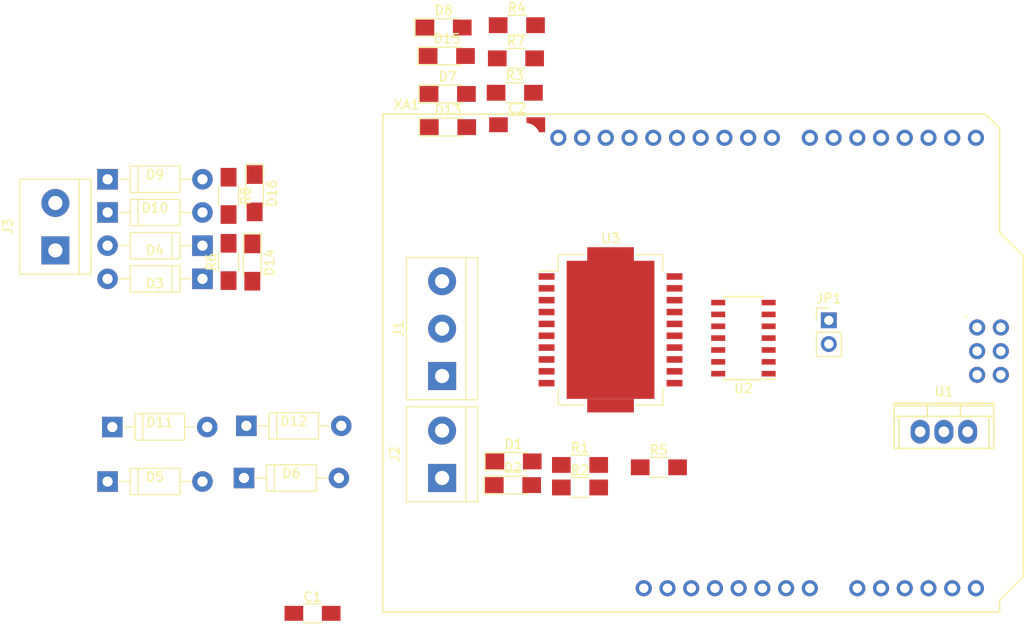
<source format=kicad_pcb>
(kicad_pcb (version 20171130) (host pcbnew "(5.0.0)")

  (general
    (thickness 1.6)
    (drawings 0)
    (tracks 0)
    (zones 0)
    (modules 34)
    (nets 55)
  )

  (page A4)
  (layers
    (0 F.Cu signal)
    (31 B.Cu signal)
    (32 B.Adhes user)
    (33 F.Adhes user)
    (34 B.Paste user)
    (35 F.Paste user)
    (36 B.SilkS user)
    (37 F.SilkS user)
    (38 B.Mask user)
    (39 F.Mask user)
    (40 Dwgs.User user)
    (41 Cmts.User user)
    (42 Eco1.User user)
    (43 Eco2.User user)
    (44 Edge.Cuts user)
    (45 Margin user)
    (46 B.CrtYd user)
    (47 F.CrtYd user)
    (48 B.Fab user)
    (49 F.Fab user)
  )

  (setup
    (last_trace_width 0.25)
    (trace_clearance 0.2)
    (zone_clearance 0.508)
    (zone_45_only no)
    (trace_min 0.2)
    (segment_width 0.2)
    (edge_width 0.15)
    (via_size 0.8)
    (via_drill 0.4)
    (via_min_size 0.4)
    (via_min_drill 0.3)
    (uvia_size 0.3)
    (uvia_drill 0.1)
    (uvias_allowed no)
    (uvia_min_size 0.2)
    (uvia_min_drill 0.1)
    (pcb_text_width 0.3)
    (pcb_text_size 1.5 1.5)
    (mod_edge_width 0.15)
    (mod_text_size 1 1)
    (mod_text_width 0.15)
    (pad_size 1.524 1.524)
    (pad_drill 0.762)
    (pad_to_mask_clearance 0.2)
    (aux_axis_origin 0 0)
    (visible_elements FFFFFF7F)
    (pcbplotparams
      (layerselection 0x010fc_ffffffff)
      (usegerberextensions false)
      (usegerberattributes false)
      (usegerberadvancedattributes false)
      (creategerberjobfile false)
      (excludeedgelayer true)
      (linewidth 0.100000)
      (plotframeref false)
      (viasonmask false)
      (mode 1)
      (useauxorigin false)
      (hpglpennumber 1)
      (hpglpenspeed 20)
      (hpglpendiameter 15.000000)
      (psnegative false)
      (psa4output false)
      (plotreference true)
      (plotvalue true)
      (plotinvisibletext false)
      (padsonsilk false)
      (subtractmaskfromsilk false)
      (outputformat 1)
      (mirror false)
      (drillshape 1)
      (scaleselection 1)
      (outputdirectory ""))
  )

  (net 0 "")
  (net 1 GND)
  (net 2 VSS)
  (net 3 /VS)
  (net 4 "Net-(D1-Pad1)")
  (net 5 "Net-(D1-Pad2)")
  (net 6 "Net-(D2-Pad1)")
  (net 7 "Net-(D14-Pad1)")
  (net 8 "Net-(D10-Pad1)")
  (net 9 "Net-(D12-Pad1)")
  (net 10 "Net-(D7-Pad2)")
  (net 11 "Net-(D8-Pad2)")
  (net 12 "Net-(D13-Pad2)")
  (net 13 "Net-(D14-Pad2)")
  (net 14 "Net-(D15-Pad2)")
  (net 15 "Net-(D16-Pad1)")
  (net 16 "Net-(JP1-Pad2)")
  (net 17 /D2)
  (net 18 /D3)
  (net 19 /D4)
  (net 20 /D11)
  (net 21 "Net-(U2-Pad4)")
  (net 22 "Net-(U2-Pad2)")
  (net 23 "Net-(U3-Pad19)")
  (net 24 "Net-(U3-Pad18)")
  (net 25 "Net-(U3-Pad3)")
  (net 26 "Net-(U3-Pad2)")
  (net 27 "Net-(XA1-PadRST2)")
  (net 28 "Net-(XA1-PadGND4)")
  (net 29 "Net-(XA1-PadMOSI)")
  (net 30 "Net-(XA1-PadSCK)")
  (net 31 "Net-(XA1-Pad5V2)")
  (net 32 /A0)
  (net 33 /3.3V)
  (net 34 /RST)
  (net 35 /IOREF)
  (net 36 /D0)
  (net 37 /D1)
  (net 38 /D5)
  (net 39 /D6)
  (net 40 /D7)
  (net 41 /D8)
  (net 42 /D9)
  (net 43 /D10)
  (net 44 /SCL)
  (net 45 /SDA)
  (net 46 /AREF)
  (net 47 /D13)
  (net 48 /D12)
  (net 49 /A1)
  (net 50 /A2)
  (net 51 /A3)
  (net 52 /A4)
  (net 53 /A5)
  (net 54 "Net-(XA1-PadMISO)")

  (net_class Default "This is the default net class."
    (clearance 0.2)
    (trace_width 0.25)
    (via_dia 0.8)
    (via_drill 0.4)
    (uvia_dia 0.3)
    (uvia_drill 0.1)
    (add_net /3.3V)
    (add_net /A0)
    (add_net /A1)
    (add_net /A2)
    (add_net /A3)
    (add_net /A4)
    (add_net /A5)
    (add_net /AREF)
    (add_net /D0)
    (add_net /D1)
    (add_net /D10)
    (add_net /D11)
    (add_net /D12)
    (add_net /D13)
    (add_net /D2)
    (add_net /D3)
    (add_net /D4)
    (add_net /D5)
    (add_net /D6)
    (add_net /D7)
    (add_net /D8)
    (add_net /D9)
    (add_net /IOREF)
    (add_net /RST)
    (add_net /SCL)
    (add_net /SDA)
    (add_net /VS)
    (add_net GND)
    (add_net "Net-(D1-Pad1)")
    (add_net "Net-(D1-Pad2)")
    (add_net "Net-(D10-Pad1)")
    (add_net "Net-(D12-Pad1)")
    (add_net "Net-(D13-Pad2)")
    (add_net "Net-(D14-Pad1)")
    (add_net "Net-(D14-Pad2)")
    (add_net "Net-(D15-Pad2)")
    (add_net "Net-(D16-Pad1)")
    (add_net "Net-(D2-Pad1)")
    (add_net "Net-(D7-Pad2)")
    (add_net "Net-(D8-Pad2)")
    (add_net "Net-(JP1-Pad2)")
    (add_net "Net-(U2-Pad2)")
    (add_net "Net-(U2-Pad4)")
    (add_net "Net-(U3-Pad18)")
    (add_net "Net-(U3-Pad19)")
    (add_net "Net-(U3-Pad2)")
    (add_net "Net-(U3-Pad3)")
    (add_net "Net-(XA1-Pad5V2)")
    (add_net "Net-(XA1-PadGND4)")
    (add_net "Net-(XA1-PadMISO)")
    (add_net "Net-(XA1-PadMOSI)")
    (add_net "Net-(XA1-PadRST2)")
    (add_net "Net-(XA1-PadSCK)")
    (add_net VSS)
  )

  (module ZigerBot:D_DO-41_SOD81_P10.16mm_Horizontal (layer F.Cu) (tedit 5BAD5BC8) (tstamp 5BADA0F6)
    (at 27.559 66.548)
    (descr "D, DO-41_SOD81 series, Axial, Horizontal, pin pitch=10.16mm, , length*diameter=5.2*2.7mm^2, , http://www.diodes.com/_files/packages/DO-41%20(Plastic).pdf")
    (tags "D DO-41_SOD81 series Axial Horizontal pin pitch 10.16mm  length 5.2mm diameter 2.7mm")
    (path /5BAD2452)
    (fp_text reference D12 (at 5.08 -0.5) (layer F.SilkS)
      (effects (font (size 1 1) (thickness 0.15)))
    )
    (fp_text value SR140 (at 5.08 0.75) (layer F.Fab)
      (effects (font (size 0.5 0.5) (thickness 0.1)))
    )
    (fp_text user %R (at 5.08 -0.5) (layer F.Fab)
      (effects (font (size 1 1) (thickness 0.15)))
    )
    (fp_line (start 2.48 -1.35) (end 2.48 1.35) (layer F.Fab) (width 0.1))
    (fp_line (start 2.48 1.35) (end 7.68 1.35) (layer F.Fab) (width 0.1))
    (fp_line (start 7.68 1.35) (end 7.68 -1.35) (layer F.Fab) (width 0.1))
    (fp_line (start 7.68 -1.35) (end 2.48 -1.35) (layer F.Fab) (width 0.1))
    (fp_line (start 0 0) (end 2.48 0) (layer F.Fab) (width 0.1))
    (fp_line (start 10.16 0) (end 7.68 0) (layer F.Fab) (width 0.1))
    (fp_line (start 3.26 -1.35) (end 3.26 1.35) (layer F.Fab) (width 0.1))
    (fp_line (start 2.42 -1.41) (end 2.42 1.41) (layer F.SilkS) (width 0.12))
    (fp_line (start 2.42 1.41) (end 7.74 1.41) (layer F.SilkS) (width 0.12))
    (fp_line (start 7.74 1.41) (end 7.74 -1.41) (layer F.SilkS) (width 0.12))
    (fp_line (start 7.74 -1.41) (end 2.42 -1.41) (layer F.SilkS) (width 0.12))
    (fp_line (start 1.28 0) (end 2.42 0) (layer F.SilkS) (width 0.12))
    (fp_line (start 8.88 0) (end 7.74 0) (layer F.SilkS) (width 0.12))
    (fp_line (start 3.26 -1.41) (end 3.26 1.41) (layer F.SilkS) (width 0.12))
    (fp_line (start -1.35 -1.7) (end -1.35 1.7) (layer F.CrtYd) (width 0.05))
    (fp_line (start -1.35 1.7) (end 11.55 1.7) (layer F.CrtYd) (width 0.05))
    (fp_line (start 11.55 1.7) (end 11.55 -1.7) (layer F.CrtYd) (width 0.05))
    (fp_line (start 11.55 -1.7) (end -1.35 -1.7) (layer F.CrtYd) (width 0.05))
    (pad 1 thru_hole rect (at 0 0) (size 2.2 2.2) (drill 1.1) (layers *.Cu *.Mask)
      (net 9 "Net-(D12-Pad1)"))
    (pad 2 thru_hole oval (at 10.16 0) (size 2.2 2.2) (drill 1.1) (layers *.Cu *.Mask)
      (net 1 GND))
    (model ${KISYS3DMOD}/Diodes_THT.3dshapes/D_DO-41_SOD81_P10.16mm_Horizontal.wrl
      (at (xyz 0 0 0))
      (scale (xyz 0.393701 0.393701 0.393701))
      (rotate (xyz 0 0 0))
    )
  )

  (module ZigerBot:D_DO-41_SOD81_P10.16mm_Horizontal (layer F.Cu) (tedit 5BAD5BC8) (tstamp 5BADA0DE)
    (at 13.208 66.675)
    (descr "D, DO-41_SOD81 series, Axial, Horizontal, pin pitch=10.16mm, , length*diameter=5.2*2.7mm^2, , http://www.diodes.com/_files/packages/DO-41%20(Plastic).pdf")
    (tags "D DO-41_SOD81 series Axial Horizontal pin pitch 10.16mm  length 5.2mm diameter 2.7mm")
    (path /5BAD23A6)
    (fp_text reference D11 (at 5.08 -0.5) (layer F.SilkS)
      (effects (font (size 1 1) (thickness 0.15)))
    )
    (fp_text value SR140 (at 5.08 0.75) (layer F.Fab)
      (effects (font (size 0.5 0.5) (thickness 0.1)))
    )
    (fp_line (start 11.55 -1.7) (end -1.35 -1.7) (layer F.CrtYd) (width 0.05))
    (fp_line (start 11.55 1.7) (end 11.55 -1.7) (layer F.CrtYd) (width 0.05))
    (fp_line (start -1.35 1.7) (end 11.55 1.7) (layer F.CrtYd) (width 0.05))
    (fp_line (start -1.35 -1.7) (end -1.35 1.7) (layer F.CrtYd) (width 0.05))
    (fp_line (start 3.26 -1.41) (end 3.26 1.41) (layer F.SilkS) (width 0.12))
    (fp_line (start 8.88 0) (end 7.74 0) (layer F.SilkS) (width 0.12))
    (fp_line (start 1.28 0) (end 2.42 0) (layer F.SilkS) (width 0.12))
    (fp_line (start 7.74 -1.41) (end 2.42 -1.41) (layer F.SilkS) (width 0.12))
    (fp_line (start 7.74 1.41) (end 7.74 -1.41) (layer F.SilkS) (width 0.12))
    (fp_line (start 2.42 1.41) (end 7.74 1.41) (layer F.SilkS) (width 0.12))
    (fp_line (start 2.42 -1.41) (end 2.42 1.41) (layer F.SilkS) (width 0.12))
    (fp_line (start 3.26 -1.35) (end 3.26 1.35) (layer F.Fab) (width 0.1))
    (fp_line (start 10.16 0) (end 7.68 0) (layer F.Fab) (width 0.1))
    (fp_line (start 0 0) (end 2.48 0) (layer F.Fab) (width 0.1))
    (fp_line (start 7.68 -1.35) (end 2.48 -1.35) (layer F.Fab) (width 0.1))
    (fp_line (start 7.68 1.35) (end 7.68 -1.35) (layer F.Fab) (width 0.1))
    (fp_line (start 2.48 1.35) (end 7.68 1.35) (layer F.Fab) (width 0.1))
    (fp_line (start 2.48 -1.35) (end 2.48 1.35) (layer F.Fab) (width 0.1))
    (fp_text user %R (at 5.08 -0.5) (layer F.Fab)
      (effects (font (size 1 1) (thickness 0.15)))
    )
    (pad 2 thru_hole oval (at 10.16 0) (size 2.2 2.2) (drill 1.1) (layers *.Cu *.Mask)
      (net 1 GND))
    (pad 1 thru_hole rect (at 0 0) (size 2.2 2.2) (drill 1.1) (layers *.Cu *.Mask)
      (net 4 "Net-(D1-Pad1)"))
    (model ${KISYS3DMOD}/Diodes_THT.3dshapes/D_DO-41_SOD81_P10.16mm_Horizontal.wrl
      (at (xyz 0 0 0))
      (scale (xyz 0.393701 0.393701 0.393701))
      (rotate (xyz 0 0 0))
    )
  )

  (module ZigerBot:D_DO-41_SOD81_P10.16mm_Horizontal (layer F.Cu) (tedit 5BAD5BC8) (tstamp 5BADA0C6)
    (at 12.7 43.688)
    (descr "D, DO-41_SOD81 series, Axial, Horizontal, pin pitch=10.16mm, , length*diameter=5.2*2.7mm^2, , http://www.diodes.com/_files/packages/DO-41%20(Plastic).pdf")
    (tags "D DO-41_SOD81 series Axial Horizontal pin pitch 10.16mm  length 5.2mm diameter 2.7mm")
    (path /5BAD22C9)
    (fp_text reference D10 (at 5.08 -0.5) (layer F.SilkS)
      (effects (font (size 1 1) (thickness 0.15)))
    )
    (fp_text value SR140 (at 5.08 0.75) (layer F.Fab)
      (effects (font (size 0.5 0.5) (thickness 0.1)))
    )
    (fp_text user %R (at 5.08 -0.5) (layer F.Fab)
      (effects (font (size 1 1) (thickness 0.15)))
    )
    (fp_line (start 2.48 -1.35) (end 2.48 1.35) (layer F.Fab) (width 0.1))
    (fp_line (start 2.48 1.35) (end 7.68 1.35) (layer F.Fab) (width 0.1))
    (fp_line (start 7.68 1.35) (end 7.68 -1.35) (layer F.Fab) (width 0.1))
    (fp_line (start 7.68 -1.35) (end 2.48 -1.35) (layer F.Fab) (width 0.1))
    (fp_line (start 0 0) (end 2.48 0) (layer F.Fab) (width 0.1))
    (fp_line (start 10.16 0) (end 7.68 0) (layer F.Fab) (width 0.1))
    (fp_line (start 3.26 -1.35) (end 3.26 1.35) (layer F.Fab) (width 0.1))
    (fp_line (start 2.42 -1.41) (end 2.42 1.41) (layer F.SilkS) (width 0.12))
    (fp_line (start 2.42 1.41) (end 7.74 1.41) (layer F.SilkS) (width 0.12))
    (fp_line (start 7.74 1.41) (end 7.74 -1.41) (layer F.SilkS) (width 0.12))
    (fp_line (start 7.74 -1.41) (end 2.42 -1.41) (layer F.SilkS) (width 0.12))
    (fp_line (start 1.28 0) (end 2.42 0) (layer F.SilkS) (width 0.12))
    (fp_line (start 8.88 0) (end 7.74 0) (layer F.SilkS) (width 0.12))
    (fp_line (start 3.26 -1.41) (end 3.26 1.41) (layer F.SilkS) (width 0.12))
    (fp_line (start -1.35 -1.7) (end -1.35 1.7) (layer F.CrtYd) (width 0.05))
    (fp_line (start -1.35 1.7) (end 11.55 1.7) (layer F.CrtYd) (width 0.05))
    (fp_line (start 11.55 1.7) (end 11.55 -1.7) (layer F.CrtYd) (width 0.05))
    (fp_line (start 11.55 -1.7) (end -1.35 -1.7) (layer F.CrtYd) (width 0.05))
    (pad 1 thru_hole rect (at 0 0) (size 2.2 2.2) (drill 1.1) (layers *.Cu *.Mask)
      (net 8 "Net-(D10-Pad1)"))
    (pad 2 thru_hole oval (at 10.16 0) (size 2.2 2.2) (drill 1.1) (layers *.Cu *.Mask)
      (net 1 GND))
    (model ${KISYS3DMOD}/Diodes_THT.3dshapes/D_DO-41_SOD81_P10.16mm_Horizontal.wrl
      (at (xyz 0 0 0))
      (scale (xyz 0.393701 0.393701 0.393701))
      (rotate (xyz 0 0 0))
    )
  )

  (module ZigerBot:D_DO-41_SOD81_P10.16mm_Horizontal (layer F.Cu) (tedit 5BAD5BC8) (tstamp 5BADA0AE)
    (at 12.7 40.132)
    (descr "D, DO-41_SOD81 series, Axial, Horizontal, pin pitch=10.16mm, , length*diameter=5.2*2.7mm^2, , http://www.diodes.com/_files/packages/DO-41%20(Plastic).pdf")
    (tags "D DO-41_SOD81 series Axial Horizontal pin pitch 10.16mm  length 5.2mm diameter 2.7mm")
    (path /5BAD212E)
    (fp_text reference D9 (at 5.08 -0.5) (layer F.SilkS)
      (effects (font (size 1 1) (thickness 0.15)))
    )
    (fp_text value SR140 (at 5.08 0.75) (layer F.Fab)
      (effects (font (size 0.5 0.5) (thickness 0.1)))
    )
    (fp_line (start 11.55 -1.7) (end -1.35 -1.7) (layer F.CrtYd) (width 0.05))
    (fp_line (start 11.55 1.7) (end 11.55 -1.7) (layer F.CrtYd) (width 0.05))
    (fp_line (start -1.35 1.7) (end 11.55 1.7) (layer F.CrtYd) (width 0.05))
    (fp_line (start -1.35 -1.7) (end -1.35 1.7) (layer F.CrtYd) (width 0.05))
    (fp_line (start 3.26 -1.41) (end 3.26 1.41) (layer F.SilkS) (width 0.12))
    (fp_line (start 8.88 0) (end 7.74 0) (layer F.SilkS) (width 0.12))
    (fp_line (start 1.28 0) (end 2.42 0) (layer F.SilkS) (width 0.12))
    (fp_line (start 7.74 -1.41) (end 2.42 -1.41) (layer F.SilkS) (width 0.12))
    (fp_line (start 7.74 1.41) (end 7.74 -1.41) (layer F.SilkS) (width 0.12))
    (fp_line (start 2.42 1.41) (end 7.74 1.41) (layer F.SilkS) (width 0.12))
    (fp_line (start 2.42 -1.41) (end 2.42 1.41) (layer F.SilkS) (width 0.12))
    (fp_line (start 3.26 -1.35) (end 3.26 1.35) (layer F.Fab) (width 0.1))
    (fp_line (start 10.16 0) (end 7.68 0) (layer F.Fab) (width 0.1))
    (fp_line (start 0 0) (end 2.48 0) (layer F.Fab) (width 0.1))
    (fp_line (start 7.68 -1.35) (end 2.48 -1.35) (layer F.Fab) (width 0.1))
    (fp_line (start 7.68 1.35) (end 7.68 -1.35) (layer F.Fab) (width 0.1))
    (fp_line (start 2.48 1.35) (end 7.68 1.35) (layer F.Fab) (width 0.1))
    (fp_line (start 2.48 -1.35) (end 2.48 1.35) (layer F.Fab) (width 0.1))
    (fp_text user %R (at 5.08 -0.5) (layer F.Fab)
      (effects (font (size 1 1) (thickness 0.15)))
    )
    (pad 2 thru_hole oval (at 10.16 0) (size 2.2 2.2) (drill 1.1) (layers *.Cu *.Mask)
      (net 1 GND))
    (pad 1 thru_hole rect (at 0 0) (size 2.2 2.2) (drill 1.1) (layers *.Cu *.Mask)
      (net 7 "Net-(D14-Pad1)"))
    (model ${KISYS3DMOD}/Diodes_THT.3dshapes/D_DO-41_SOD81_P10.16mm_Horizontal.wrl
      (at (xyz 0 0 0))
      (scale (xyz 0.393701 0.393701 0.393701))
      (rotate (xyz 0 0 0))
    )
  )

  (module ZigerBot:D_DO-41_SOD81_P10.16mm_Horizontal (layer F.Cu) (tedit 5BAD5BC8) (tstamp 5BADA096)
    (at 27.305 72.136)
    (descr "D, DO-41_SOD81 series, Axial, Horizontal, pin pitch=10.16mm, , length*diameter=5.2*2.7mm^2, , http://www.diodes.com/_files/packages/DO-41%20(Plastic).pdf")
    (tags "D DO-41_SOD81 series Axial Horizontal pin pitch 10.16mm  length 5.2mm diameter 2.7mm")
    (path /5BAD3697)
    (fp_text reference D6 (at 5.08 -0.5) (layer F.SilkS)
      (effects (font (size 1 1) (thickness 0.15)))
    )
    (fp_text value SR140 (at 5.08 0.75) (layer F.Fab)
      (effects (font (size 0.5 0.5) (thickness 0.1)))
    )
    (fp_text user %R (at 5.08 -0.5) (layer F.Fab)
      (effects (font (size 1 1) (thickness 0.15)))
    )
    (fp_line (start 2.48 -1.35) (end 2.48 1.35) (layer F.Fab) (width 0.1))
    (fp_line (start 2.48 1.35) (end 7.68 1.35) (layer F.Fab) (width 0.1))
    (fp_line (start 7.68 1.35) (end 7.68 -1.35) (layer F.Fab) (width 0.1))
    (fp_line (start 7.68 -1.35) (end 2.48 -1.35) (layer F.Fab) (width 0.1))
    (fp_line (start 0 0) (end 2.48 0) (layer F.Fab) (width 0.1))
    (fp_line (start 10.16 0) (end 7.68 0) (layer F.Fab) (width 0.1))
    (fp_line (start 3.26 -1.35) (end 3.26 1.35) (layer F.Fab) (width 0.1))
    (fp_line (start 2.42 -1.41) (end 2.42 1.41) (layer F.SilkS) (width 0.12))
    (fp_line (start 2.42 1.41) (end 7.74 1.41) (layer F.SilkS) (width 0.12))
    (fp_line (start 7.74 1.41) (end 7.74 -1.41) (layer F.SilkS) (width 0.12))
    (fp_line (start 7.74 -1.41) (end 2.42 -1.41) (layer F.SilkS) (width 0.12))
    (fp_line (start 1.28 0) (end 2.42 0) (layer F.SilkS) (width 0.12))
    (fp_line (start 8.88 0) (end 7.74 0) (layer F.SilkS) (width 0.12))
    (fp_line (start 3.26 -1.41) (end 3.26 1.41) (layer F.SilkS) (width 0.12))
    (fp_line (start -1.35 -1.7) (end -1.35 1.7) (layer F.CrtYd) (width 0.05))
    (fp_line (start -1.35 1.7) (end 11.55 1.7) (layer F.CrtYd) (width 0.05))
    (fp_line (start 11.55 1.7) (end 11.55 -1.7) (layer F.CrtYd) (width 0.05))
    (fp_line (start 11.55 -1.7) (end -1.35 -1.7) (layer F.CrtYd) (width 0.05))
    (pad 1 thru_hole rect (at 0 0) (size 2.2 2.2) (drill 1.1) (layers *.Cu *.Mask)
      (net 2 VSS))
    (pad 2 thru_hole oval (at 10.16 0) (size 2.2 2.2) (drill 1.1) (layers *.Cu *.Mask)
      (net 9 "Net-(D12-Pad1)"))
    (model ${KISYS3DMOD}/Diodes_THT.3dshapes/D_DO-41_SOD81_P10.16mm_Horizontal.wrl
      (at (xyz 0 0 0))
      (scale (xyz 0.393701 0.393701 0.393701))
      (rotate (xyz 0 0 0))
    )
  )

  (module ZigerBot:D_DO-41_SOD81_P10.16mm_Horizontal (layer F.Cu) (tedit 5BAD5BC8) (tstamp 5BADA07E)
    (at 12.7 72.517)
    (descr "D, DO-41_SOD81 series, Axial, Horizontal, pin pitch=10.16mm, , length*diameter=5.2*2.7mm^2, , http://www.diodes.com/_files/packages/DO-41%20(Plastic).pdf")
    (tags "D DO-41_SOD81 series Axial Horizontal pin pitch 10.16mm  length 5.2mm diameter 2.7mm")
    (path /5BAD3690)
    (fp_text reference D5 (at 5.08 -0.5) (layer F.SilkS)
      (effects (font (size 1 1) (thickness 0.15)))
    )
    (fp_text value SR140 (at 5.08 0.75) (layer F.Fab)
      (effects (font (size 0.5 0.5) (thickness 0.1)))
    )
    (fp_line (start 11.55 -1.7) (end -1.35 -1.7) (layer F.CrtYd) (width 0.05))
    (fp_line (start 11.55 1.7) (end 11.55 -1.7) (layer F.CrtYd) (width 0.05))
    (fp_line (start -1.35 1.7) (end 11.55 1.7) (layer F.CrtYd) (width 0.05))
    (fp_line (start -1.35 -1.7) (end -1.35 1.7) (layer F.CrtYd) (width 0.05))
    (fp_line (start 3.26 -1.41) (end 3.26 1.41) (layer F.SilkS) (width 0.12))
    (fp_line (start 8.88 0) (end 7.74 0) (layer F.SilkS) (width 0.12))
    (fp_line (start 1.28 0) (end 2.42 0) (layer F.SilkS) (width 0.12))
    (fp_line (start 7.74 -1.41) (end 2.42 -1.41) (layer F.SilkS) (width 0.12))
    (fp_line (start 7.74 1.41) (end 7.74 -1.41) (layer F.SilkS) (width 0.12))
    (fp_line (start 2.42 1.41) (end 7.74 1.41) (layer F.SilkS) (width 0.12))
    (fp_line (start 2.42 -1.41) (end 2.42 1.41) (layer F.SilkS) (width 0.12))
    (fp_line (start 3.26 -1.35) (end 3.26 1.35) (layer F.Fab) (width 0.1))
    (fp_line (start 10.16 0) (end 7.68 0) (layer F.Fab) (width 0.1))
    (fp_line (start 0 0) (end 2.48 0) (layer F.Fab) (width 0.1))
    (fp_line (start 7.68 -1.35) (end 2.48 -1.35) (layer F.Fab) (width 0.1))
    (fp_line (start 7.68 1.35) (end 7.68 -1.35) (layer F.Fab) (width 0.1))
    (fp_line (start 2.48 1.35) (end 7.68 1.35) (layer F.Fab) (width 0.1))
    (fp_line (start 2.48 -1.35) (end 2.48 1.35) (layer F.Fab) (width 0.1))
    (fp_text user %R (at 5.08 -0.5) (layer F.Fab)
      (effects (font (size 1 1) (thickness 0.15)))
    )
    (pad 2 thru_hole oval (at 10.16 0) (size 2.2 2.2) (drill 1.1) (layers *.Cu *.Mask)
      (net 4 "Net-(D1-Pad1)"))
    (pad 1 thru_hole rect (at 0 0) (size 2.2 2.2) (drill 1.1) (layers *.Cu *.Mask)
      (net 2 VSS))
    (model ${KISYS3DMOD}/Diodes_THT.3dshapes/D_DO-41_SOD81_P10.16mm_Horizontal.wrl
      (at (xyz 0 0 0))
      (scale (xyz 0.393701 0.393701 0.393701))
      (rotate (xyz 0 0 0))
    )
  )

  (module ZigerBot:D_DO-41_SOD81_P10.16mm_Horizontal (layer F.Cu) (tedit 5BAD5BC8) (tstamp 5BADA066)
    (at 22.86 47.244 180)
    (descr "D, DO-41_SOD81 series, Axial, Horizontal, pin pitch=10.16mm, , length*diameter=5.2*2.7mm^2, , http://www.diodes.com/_files/packages/DO-41%20(Plastic).pdf")
    (tags "D DO-41_SOD81 series Axial Horizontal pin pitch 10.16mm  length 5.2mm diameter 2.7mm")
    (path /5BAD3689)
    (fp_text reference D4 (at 5.08 -0.5 180) (layer F.SilkS)
      (effects (font (size 1 1) (thickness 0.15)))
    )
    (fp_text value SR140 (at 5.08 0.75 180) (layer F.Fab)
      (effects (font (size 0.5 0.5) (thickness 0.1)))
    )
    (fp_text user %R (at 5.08 -0.5 180) (layer F.Fab)
      (effects (font (size 1 1) (thickness 0.15)))
    )
    (fp_line (start 2.48 -1.35) (end 2.48 1.35) (layer F.Fab) (width 0.1))
    (fp_line (start 2.48 1.35) (end 7.68 1.35) (layer F.Fab) (width 0.1))
    (fp_line (start 7.68 1.35) (end 7.68 -1.35) (layer F.Fab) (width 0.1))
    (fp_line (start 7.68 -1.35) (end 2.48 -1.35) (layer F.Fab) (width 0.1))
    (fp_line (start 0 0) (end 2.48 0) (layer F.Fab) (width 0.1))
    (fp_line (start 10.16 0) (end 7.68 0) (layer F.Fab) (width 0.1))
    (fp_line (start 3.26 -1.35) (end 3.26 1.35) (layer F.Fab) (width 0.1))
    (fp_line (start 2.42 -1.41) (end 2.42 1.41) (layer F.SilkS) (width 0.12))
    (fp_line (start 2.42 1.41) (end 7.74 1.41) (layer F.SilkS) (width 0.12))
    (fp_line (start 7.74 1.41) (end 7.74 -1.41) (layer F.SilkS) (width 0.12))
    (fp_line (start 7.74 -1.41) (end 2.42 -1.41) (layer F.SilkS) (width 0.12))
    (fp_line (start 1.28 0) (end 2.42 0) (layer F.SilkS) (width 0.12))
    (fp_line (start 8.88 0) (end 7.74 0) (layer F.SilkS) (width 0.12))
    (fp_line (start 3.26 -1.41) (end 3.26 1.41) (layer F.SilkS) (width 0.12))
    (fp_line (start -1.35 -1.7) (end -1.35 1.7) (layer F.CrtYd) (width 0.05))
    (fp_line (start -1.35 1.7) (end 11.55 1.7) (layer F.CrtYd) (width 0.05))
    (fp_line (start 11.55 1.7) (end 11.55 -1.7) (layer F.CrtYd) (width 0.05))
    (fp_line (start 11.55 -1.7) (end -1.35 -1.7) (layer F.CrtYd) (width 0.05))
    (pad 1 thru_hole rect (at 0 0 180) (size 2.2 2.2) (drill 1.1) (layers *.Cu *.Mask)
      (net 2 VSS))
    (pad 2 thru_hole oval (at 10.16 0 180) (size 2.2 2.2) (drill 1.1) (layers *.Cu *.Mask)
      (net 8 "Net-(D10-Pad1)"))
    (model ${KISYS3DMOD}/Diodes_THT.3dshapes/D_DO-41_SOD81_P10.16mm_Horizontal.wrl
      (at (xyz 0 0 0))
      (scale (xyz 0.393701 0.393701 0.393701))
      (rotate (xyz 0 0 0))
    )
  )

  (module ZigerBot:D_DO-41_SOD81_P10.16mm_Horizontal (layer F.Cu) (tedit 5BAD5BC8) (tstamp 5BAD8AC6)
    (at 22.86 50.8 180)
    (descr "D, DO-41_SOD81 series, Axial, Horizontal, pin pitch=10.16mm, , length*diameter=5.2*2.7mm^2, , http://www.diodes.com/_files/packages/DO-41%20(Plastic).pdf")
    (tags "D DO-41_SOD81 series Axial Horizontal pin pitch 10.16mm  length 5.2mm diameter 2.7mm")
    (path /5BAD3682)
    (fp_text reference D3 (at 5.08 -0.5 180) (layer F.SilkS)
      (effects (font (size 1 1) (thickness 0.15)))
    )
    (fp_text value SR140 (at 5.08 0.75 180) (layer F.Fab)
      (effects (font (size 0.5 0.5) (thickness 0.1)))
    )
    (fp_text user %R (at 5.08 -0.5 180) (layer F.Fab)
      (effects (font (size 1 1) (thickness 0.15)))
    )
    (fp_line (start 2.48 -1.35) (end 2.48 1.35) (layer F.Fab) (width 0.1))
    (fp_line (start 2.48 1.35) (end 7.68 1.35) (layer F.Fab) (width 0.1))
    (fp_line (start 7.68 1.35) (end 7.68 -1.35) (layer F.Fab) (width 0.1))
    (fp_line (start 7.68 -1.35) (end 2.48 -1.35) (layer F.Fab) (width 0.1))
    (fp_line (start 0 0) (end 2.48 0) (layer F.Fab) (width 0.1))
    (fp_line (start 10.16 0) (end 7.68 0) (layer F.Fab) (width 0.1))
    (fp_line (start 3.26 -1.35) (end 3.26 1.35) (layer F.Fab) (width 0.1))
    (fp_line (start 2.42 -1.41) (end 2.42 1.41) (layer F.SilkS) (width 0.12))
    (fp_line (start 2.42 1.41) (end 7.74 1.41) (layer F.SilkS) (width 0.12))
    (fp_line (start 7.74 1.41) (end 7.74 -1.41) (layer F.SilkS) (width 0.12))
    (fp_line (start 7.74 -1.41) (end 2.42 -1.41) (layer F.SilkS) (width 0.12))
    (fp_line (start 1.28 0) (end 2.42 0) (layer F.SilkS) (width 0.12))
    (fp_line (start 8.88 0) (end 7.74 0) (layer F.SilkS) (width 0.12))
    (fp_line (start 3.26 -1.41) (end 3.26 1.41) (layer F.SilkS) (width 0.12))
    (fp_line (start -1.35 -1.7) (end -1.35 1.7) (layer F.CrtYd) (width 0.05))
    (fp_line (start -1.35 1.7) (end 11.55 1.7) (layer F.CrtYd) (width 0.05))
    (fp_line (start 11.55 1.7) (end 11.55 -1.7) (layer F.CrtYd) (width 0.05))
    (fp_line (start 11.55 -1.7) (end -1.35 -1.7) (layer F.CrtYd) (width 0.05))
    (pad 1 thru_hole rect (at 0 0 180) (size 2.2 2.2) (drill 1.1) (layers *.Cu *.Mask)
      (net 2 VSS))
    (pad 2 thru_hole oval (at 10.16 0 180) (size 2.2 2.2) (drill 1.1) (layers *.Cu *.Mask)
      (net 7 "Net-(D14-Pad1)"))
    (model ${KISYS3DMOD}/Diodes_THT.3dshapes/D_DO-41_SOD81_P10.16mm_Horizontal.wrl
      (at (xyz 0 0 0))
      (scale (xyz 0.393701 0.393701 0.393701))
      (rotate (xyz 0 0 0))
    )
  )

  (module Capacitors_SMD:C_1206_HandSoldering (layer F.Cu) (tedit 58AA84D1) (tstamp 5BAD5C16)
    (at 34.644001 86.638001)
    (descr "Capacitor SMD 1206, hand soldering")
    (tags "capacitor 1206")
    (path /5BC905DF)
    (attr smd)
    (fp_text reference C1 (at 0 -1.75) (layer F.SilkS)
      (effects (font (size 1 1) (thickness 0.15)))
    )
    (fp_text value "0.1uF C1206S104M5RACTU" (at 0 2) (layer F.Fab)
      (effects (font (size 1 1) (thickness 0.15)))
    )
    (fp_line (start 3.25 1.05) (end -3.25 1.05) (layer F.CrtYd) (width 0.05))
    (fp_line (start 3.25 1.05) (end 3.25 -1.05) (layer F.CrtYd) (width 0.05))
    (fp_line (start -3.25 -1.05) (end -3.25 1.05) (layer F.CrtYd) (width 0.05))
    (fp_line (start -3.25 -1.05) (end 3.25 -1.05) (layer F.CrtYd) (width 0.05))
    (fp_line (start -1 1.02) (end 1 1.02) (layer F.SilkS) (width 0.12))
    (fp_line (start 1 -1.02) (end -1 -1.02) (layer F.SilkS) (width 0.12))
    (fp_line (start -1.6 -0.8) (end 1.6 -0.8) (layer F.Fab) (width 0.1))
    (fp_line (start 1.6 -0.8) (end 1.6 0.8) (layer F.Fab) (width 0.1))
    (fp_line (start 1.6 0.8) (end -1.6 0.8) (layer F.Fab) (width 0.1))
    (fp_line (start -1.6 0.8) (end -1.6 -0.8) (layer F.Fab) (width 0.1))
    (fp_text user %R (at 0 -1.75) (layer F.Fab)
      (effects (font (size 1 1) (thickness 0.15)))
    )
    (pad 2 smd rect (at 2 0) (size 2 1.6) (layers F.Cu F.Paste F.Mask)
      (net 1 GND))
    (pad 1 smd rect (at -2 0) (size 2 1.6) (layers F.Cu F.Paste F.Mask)
      (net 2 VSS))
    (model Capacitors_SMD.3dshapes/C_1206.wrl
      (at (xyz 0 0 0))
      (scale (xyz 1 1 1))
      (rotate (xyz 0 0 0))
    )
  )

  (module Capacitors_SMD:C_1206_HandSoldering (layer F.Cu) (tedit 58AA84D1) (tstamp 5BAD5C27)
    (at 56.547 34.29)
    (descr "Capacitor SMD 1206, hand soldering")
    (tags "capacitor 1206")
    (path /5BE6FA5A)
    (attr smd)
    (fp_text reference C2 (at 0 -1.75) (layer F.SilkS)
      (effects (font (size 1 1) (thickness 0.15)))
    )
    (fp_text value "0.1uF C1206S104M5RACTU" (at 0 2) (layer F.Fab)
      (effects (font (size 1 1) (thickness 0.15)))
    )
    (fp_text user %R (at 0 -1.75) (layer F.Fab)
      (effects (font (size 1 1) (thickness 0.15)))
    )
    (fp_line (start -1.6 0.8) (end -1.6 -0.8) (layer F.Fab) (width 0.1))
    (fp_line (start 1.6 0.8) (end -1.6 0.8) (layer F.Fab) (width 0.1))
    (fp_line (start 1.6 -0.8) (end 1.6 0.8) (layer F.Fab) (width 0.1))
    (fp_line (start -1.6 -0.8) (end 1.6 -0.8) (layer F.Fab) (width 0.1))
    (fp_line (start 1 -1.02) (end -1 -1.02) (layer F.SilkS) (width 0.12))
    (fp_line (start -1 1.02) (end 1 1.02) (layer F.SilkS) (width 0.12))
    (fp_line (start -3.25 -1.05) (end 3.25 -1.05) (layer F.CrtYd) (width 0.05))
    (fp_line (start -3.25 -1.05) (end -3.25 1.05) (layer F.CrtYd) (width 0.05))
    (fp_line (start 3.25 1.05) (end 3.25 -1.05) (layer F.CrtYd) (width 0.05))
    (fp_line (start 3.25 1.05) (end -3.25 1.05) (layer F.CrtYd) (width 0.05))
    (pad 1 smd rect (at -2 0) (size 2 1.6) (layers F.Cu F.Paste F.Mask)
      (net 3 /VS))
    (pad 2 smd rect (at 2 0) (size 2 1.6) (layers F.Cu F.Paste F.Mask)
      (net 1 GND))
    (model Capacitors_SMD.3dshapes/C_1206.wrl
      (at (xyz 0 0 0))
      (scale (xyz 1 1 1))
      (rotate (xyz 0 0 0))
    )
  )

  (module LEDs:LED_1206_HandSoldering (layer F.Cu) (tedit 595FC724) (tstamp 5BAD5C3C)
    (at 56.166 70.358)
    (descr "LED SMD 1206, hand soldering")
    (tags "LED 1206")
    (path /5BAE07C7)
    (attr smd)
    (fp_text reference D1 (at 0 -1.85) (layer F.SilkS)
      (effects (font (size 1 1) (thickness 0.15)))
    )
    (fp_text value "LED Blue" (at 0 1.9) (layer F.Fab)
      (effects (font (size 1 1) (thickness 0.15)))
    )
    (fp_line (start -3.1 -0.95) (end -3.1 0.95) (layer F.SilkS) (width 0.12))
    (fp_line (start -0.4 0) (end 0.2 -0.4) (layer F.Fab) (width 0.1))
    (fp_line (start 0.2 -0.4) (end 0.2 0.4) (layer F.Fab) (width 0.1))
    (fp_line (start 0.2 0.4) (end -0.4 0) (layer F.Fab) (width 0.1))
    (fp_line (start -0.45 -0.4) (end -0.45 0.4) (layer F.Fab) (width 0.1))
    (fp_line (start -1.6 0.8) (end -1.6 -0.8) (layer F.Fab) (width 0.1))
    (fp_line (start 1.6 0.8) (end -1.6 0.8) (layer F.Fab) (width 0.1))
    (fp_line (start 1.6 -0.8) (end 1.6 0.8) (layer F.Fab) (width 0.1))
    (fp_line (start -1.6 -0.8) (end 1.6 -0.8) (layer F.Fab) (width 0.1))
    (fp_line (start -3.1 0.95) (end 1.6 0.95) (layer F.SilkS) (width 0.12))
    (fp_line (start -3.1 -0.95) (end 1.6 -0.95) (layer F.SilkS) (width 0.12))
    (fp_line (start -3.25 -1.11) (end 3.25 -1.11) (layer F.CrtYd) (width 0.05))
    (fp_line (start -3.25 -1.11) (end -3.25 1.1) (layer F.CrtYd) (width 0.05))
    (fp_line (start 3.25 1.1) (end 3.25 -1.11) (layer F.CrtYd) (width 0.05))
    (fp_line (start 3.25 1.1) (end -3.25 1.1) (layer F.CrtYd) (width 0.05))
    (pad 1 smd rect (at -2 0) (size 2 1.7) (layers F.Cu F.Paste F.Mask)
      (net 4 "Net-(D1-Pad1)"))
    (pad 2 smd rect (at 2 0) (size 2 1.7) (layers F.Cu F.Paste F.Mask)
      (net 5 "Net-(D1-Pad2)"))
    (model ${KISYS3DMOD}/LEDs.3dshapes/LED_1206.wrl
      (at (xyz 0 0 0))
      (scale (xyz 1 1 1))
      (rotate (xyz 0 0 180))
    )
  )

  (module LEDs:LED_1206_HandSoldering (layer F.Cu) (tedit 595FC724) (tstamp 5BAD5C51)
    (at 56.102 72.898)
    (descr "LED SMD 1206, hand soldering")
    (tags "LED 1206")
    (path /5BAE08E3)
    (attr smd)
    (fp_text reference D2 (at 0 -1.85) (layer F.SilkS)
      (effects (font (size 1 1) (thickness 0.15)))
    )
    (fp_text value "LED Yellow" (at 0 1.9) (layer F.Fab)
      (effects (font (size 1 1) (thickness 0.15)))
    )
    (fp_line (start 3.25 1.1) (end -3.25 1.1) (layer F.CrtYd) (width 0.05))
    (fp_line (start 3.25 1.1) (end 3.25 -1.11) (layer F.CrtYd) (width 0.05))
    (fp_line (start -3.25 -1.11) (end -3.25 1.1) (layer F.CrtYd) (width 0.05))
    (fp_line (start -3.25 -1.11) (end 3.25 -1.11) (layer F.CrtYd) (width 0.05))
    (fp_line (start -3.1 -0.95) (end 1.6 -0.95) (layer F.SilkS) (width 0.12))
    (fp_line (start -3.1 0.95) (end 1.6 0.95) (layer F.SilkS) (width 0.12))
    (fp_line (start -1.6 -0.8) (end 1.6 -0.8) (layer F.Fab) (width 0.1))
    (fp_line (start 1.6 -0.8) (end 1.6 0.8) (layer F.Fab) (width 0.1))
    (fp_line (start 1.6 0.8) (end -1.6 0.8) (layer F.Fab) (width 0.1))
    (fp_line (start -1.6 0.8) (end -1.6 -0.8) (layer F.Fab) (width 0.1))
    (fp_line (start -0.45 -0.4) (end -0.45 0.4) (layer F.Fab) (width 0.1))
    (fp_line (start 0.2 0.4) (end -0.4 0) (layer F.Fab) (width 0.1))
    (fp_line (start 0.2 -0.4) (end 0.2 0.4) (layer F.Fab) (width 0.1))
    (fp_line (start -0.4 0) (end 0.2 -0.4) (layer F.Fab) (width 0.1))
    (fp_line (start -3.1 -0.95) (end -3.1 0.95) (layer F.SilkS) (width 0.12))
    (pad 2 smd rect (at 2 0) (size 2 1.7) (layers F.Cu F.Paste F.Mask)
      (net 4 "Net-(D1-Pad1)"))
    (pad 1 smd rect (at -2 0) (size 2 1.7) (layers F.Cu F.Paste F.Mask)
      (net 6 "Net-(D2-Pad1)"))
    (model ${KISYS3DMOD}/LEDs.3dshapes/LED_1206.wrl
      (at (xyz 0 0 0))
      (scale (xyz 1 1 1))
      (rotate (xyz 0 0 180))
    )
  )

  (module LEDs:LED_1206_HandSoldering (layer F.Cu) (tedit 595FC724) (tstamp 5BAD5CCA)
    (at 49.117 30.988)
    (descr "LED SMD 1206, hand soldering")
    (tags "LED 1206")
    (path /5BBFBA4C)
    (attr smd)
    (fp_text reference D7 (at 0 -1.85) (layer F.SilkS)
      (effects (font (size 1 1) (thickness 0.15)))
    )
    (fp_text value "LED Red" (at 0 1.9) (layer F.Fab)
      (effects (font (size 1 1) (thickness 0.15)))
    )
    (fp_line (start -3.1 -0.95) (end -3.1 0.95) (layer F.SilkS) (width 0.12))
    (fp_line (start -0.4 0) (end 0.2 -0.4) (layer F.Fab) (width 0.1))
    (fp_line (start 0.2 -0.4) (end 0.2 0.4) (layer F.Fab) (width 0.1))
    (fp_line (start 0.2 0.4) (end -0.4 0) (layer F.Fab) (width 0.1))
    (fp_line (start -0.45 -0.4) (end -0.45 0.4) (layer F.Fab) (width 0.1))
    (fp_line (start -1.6 0.8) (end -1.6 -0.8) (layer F.Fab) (width 0.1))
    (fp_line (start 1.6 0.8) (end -1.6 0.8) (layer F.Fab) (width 0.1))
    (fp_line (start 1.6 -0.8) (end 1.6 0.8) (layer F.Fab) (width 0.1))
    (fp_line (start -1.6 -0.8) (end 1.6 -0.8) (layer F.Fab) (width 0.1))
    (fp_line (start -3.1 0.95) (end 1.6 0.95) (layer F.SilkS) (width 0.12))
    (fp_line (start -3.1 -0.95) (end 1.6 -0.95) (layer F.SilkS) (width 0.12))
    (fp_line (start -3.25 -1.11) (end 3.25 -1.11) (layer F.CrtYd) (width 0.05))
    (fp_line (start -3.25 -1.11) (end -3.25 1.1) (layer F.CrtYd) (width 0.05))
    (fp_line (start 3.25 1.1) (end 3.25 -1.11) (layer F.CrtYd) (width 0.05))
    (fp_line (start 3.25 1.1) (end -3.25 1.1) (layer F.CrtYd) (width 0.05))
    (pad 1 smd rect (at -2 0) (size 2 1.7) (layers F.Cu F.Paste F.Mask)
      (net 1 GND))
    (pad 2 smd rect (at 2 0) (size 2 1.7) (layers F.Cu F.Paste F.Mask)
      (net 10 "Net-(D7-Pad2)"))
    (model ${KISYS3DMOD}/LEDs.3dshapes/LED_1206.wrl
      (at (xyz 0 0 0))
      (scale (xyz 1 1 1))
      (rotate (xyz 0 0 180))
    )
  )

  (module LEDs:LED_1206_HandSoldering (layer F.Cu) (tedit 595FC724) (tstamp 5BAD5CDF)
    (at 48.673 23.876)
    (descr "LED SMD 1206, hand soldering")
    (tags "LED 1206")
    (path /5BB9933C)
    (attr smd)
    (fp_text reference D8 (at 0 -1.85) (layer F.SilkS)
      (effects (font (size 1 1) (thickness 0.15)))
    )
    (fp_text value "LED Red" (at 0 1.9) (layer F.Fab)
      (effects (font (size 1 1) (thickness 0.15)))
    )
    (fp_line (start -3.1 -0.95) (end -3.1 0.95) (layer F.SilkS) (width 0.12))
    (fp_line (start -0.4 0) (end 0.2 -0.4) (layer F.Fab) (width 0.1))
    (fp_line (start 0.2 -0.4) (end 0.2 0.4) (layer F.Fab) (width 0.1))
    (fp_line (start 0.2 0.4) (end -0.4 0) (layer F.Fab) (width 0.1))
    (fp_line (start -0.45 -0.4) (end -0.45 0.4) (layer F.Fab) (width 0.1))
    (fp_line (start -1.6 0.8) (end -1.6 -0.8) (layer F.Fab) (width 0.1))
    (fp_line (start 1.6 0.8) (end -1.6 0.8) (layer F.Fab) (width 0.1))
    (fp_line (start 1.6 -0.8) (end 1.6 0.8) (layer F.Fab) (width 0.1))
    (fp_line (start -1.6 -0.8) (end 1.6 -0.8) (layer F.Fab) (width 0.1))
    (fp_line (start -3.1 0.95) (end 1.6 0.95) (layer F.SilkS) (width 0.12))
    (fp_line (start -3.1 -0.95) (end 1.6 -0.95) (layer F.SilkS) (width 0.12))
    (fp_line (start -3.25 -1.11) (end 3.25 -1.11) (layer F.CrtYd) (width 0.05))
    (fp_line (start -3.25 -1.11) (end -3.25 1.1) (layer F.CrtYd) (width 0.05))
    (fp_line (start 3.25 1.1) (end 3.25 -1.11) (layer F.CrtYd) (width 0.05))
    (fp_line (start 3.25 1.1) (end -3.25 1.1) (layer F.CrtYd) (width 0.05))
    (pad 1 smd rect (at -2 0) (size 2 1.7) (layers F.Cu F.Paste F.Mask)
      (net 1 GND))
    (pad 2 smd rect (at 2 0) (size 2 1.7) (layers F.Cu F.Paste F.Mask)
      (net 11 "Net-(D8-Pad2)"))
    (model ${KISYS3DMOD}/LEDs.3dshapes/LED_1206.wrl
      (at (xyz 0 0 0))
      (scale (xyz 1 1 1))
      (rotate (xyz 0 0 180))
    )
  )

  (module LEDs:LED_1206_HandSoldering (layer F.Cu) (tedit 595FC724) (tstamp 5BAD5D58)
    (at 49.149 34.544)
    (descr "LED SMD 1206, hand soldering")
    (tags "LED 1206")
    (path /5BC03F0F)
    (attr smd)
    (fp_text reference D13 (at 0 -1.85) (layer F.SilkS)
      (effects (font (size 1 1) (thickness 0.15)))
    )
    (fp_text value "LED Red" (at 0 1.9) (layer F.Fab)
      (effects (font (size 1 1) (thickness 0.15)))
    )
    (fp_line (start 3.25 1.1) (end -3.25 1.1) (layer F.CrtYd) (width 0.05))
    (fp_line (start 3.25 1.1) (end 3.25 -1.11) (layer F.CrtYd) (width 0.05))
    (fp_line (start -3.25 -1.11) (end -3.25 1.1) (layer F.CrtYd) (width 0.05))
    (fp_line (start -3.25 -1.11) (end 3.25 -1.11) (layer F.CrtYd) (width 0.05))
    (fp_line (start -3.1 -0.95) (end 1.6 -0.95) (layer F.SilkS) (width 0.12))
    (fp_line (start -3.1 0.95) (end 1.6 0.95) (layer F.SilkS) (width 0.12))
    (fp_line (start -1.6 -0.8) (end 1.6 -0.8) (layer F.Fab) (width 0.1))
    (fp_line (start 1.6 -0.8) (end 1.6 0.8) (layer F.Fab) (width 0.1))
    (fp_line (start 1.6 0.8) (end -1.6 0.8) (layer F.Fab) (width 0.1))
    (fp_line (start -1.6 0.8) (end -1.6 -0.8) (layer F.Fab) (width 0.1))
    (fp_line (start -0.45 -0.4) (end -0.45 0.4) (layer F.Fab) (width 0.1))
    (fp_line (start 0.2 0.4) (end -0.4 0) (layer F.Fab) (width 0.1))
    (fp_line (start 0.2 -0.4) (end 0.2 0.4) (layer F.Fab) (width 0.1))
    (fp_line (start -0.4 0) (end 0.2 -0.4) (layer F.Fab) (width 0.1))
    (fp_line (start -3.1 -0.95) (end -3.1 0.95) (layer F.SilkS) (width 0.12))
    (pad 2 smd rect (at 2 0) (size 2 1.7) (layers F.Cu F.Paste F.Mask)
      (net 12 "Net-(D13-Pad2)"))
    (pad 1 smd rect (at -2 0) (size 2 1.7) (layers F.Cu F.Paste F.Mask)
      (net 1 GND))
    (model ${KISYS3DMOD}/LEDs.3dshapes/LED_1206.wrl
      (at (xyz 0 0 0))
      (scale (xyz 1 1 1))
      (rotate (xyz 0 0 180))
    )
  )

  (module LEDs:LED_1206_HandSoldering (layer F.Cu) (tedit 595FC724) (tstamp 5BAD5D6D)
    (at 28.194 49.054 270)
    (descr "LED SMD 1206, hand soldering")
    (tags "LED 1206")
    (path /5BAE0ADF)
    (attr smd)
    (fp_text reference D14 (at 0 -1.85 270) (layer F.SilkS)
      (effects (font (size 1 1) (thickness 0.15)))
    )
    (fp_text value "LED BLUE" (at 0 1.9 270) (layer F.Fab)
      (effects (font (size 1 1) (thickness 0.15)))
    )
    (fp_line (start -3.1 -0.95) (end -3.1 0.95) (layer F.SilkS) (width 0.12))
    (fp_line (start -0.4 0) (end 0.2 -0.4) (layer F.Fab) (width 0.1))
    (fp_line (start 0.2 -0.4) (end 0.2 0.4) (layer F.Fab) (width 0.1))
    (fp_line (start 0.2 0.4) (end -0.4 0) (layer F.Fab) (width 0.1))
    (fp_line (start -0.45 -0.4) (end -0.45 0.4) (layer F.Fab) (width 0.1))
    (fp_line (start -1.6 0.8) (end -1.6 -0.8) (layer F.Fab) (width 0.1))
    (fp_line (start 1.6 0.8) (end -1.6 0.8) (layer F.Fab) (width 0.1))
    (fp_line (start 1.6 -0.8) (end 1.6 0.8) (layer F.Fab) (width 0.1))
    (fp_line (start -1.6 -0.8) (end 1.6 -0.8) (layer F.Fab) (width 0.1))
    (fp_line (start -3.1 0.95) (end 1.6 0.95) (layer F.SilkS) (width 0.12))
    (fp_line (start -3.1 -0.95) (end 1.6 -0.95) (layer F.SilkS) (width 0.12))
    (fp_line (start -3.25 -1.11) (end 3.25 -1.11) (layer F.CrtYd) (width 0.05))
    (fp_line (start -3.25 -1.11) (end -3.25 1.1) (layer F.CrtYd) (width 0.05))
    (fp_line (start 3.25 1.1) (end 3.25 -1.11) (layer F.CrtYd) (width 0.05))
    (fp_line (start 3.25 1.1) (end -3.25 1.1) (layer F.CrtYd) (width 0.05))
    (pad 1 smd rect (at -2 0 270) (size 2 1.7) (layers F.Cu F.Paste F.Mask)
      (net 7 "Net-(D14-Pad1)"))
    (pad 2 smd rect (at 2 0 270) (size 2 1.7) (layers F.Cu F.Paste F.Mask)
      (net 13 "Net-(D14-Pad2)"))
    (model ${KISYS3DMOD}/LEDs.3dshapes/LED_1206.wrl
      (at (xyz 0 0 0))
      (scale (xyz 1 1 1))
      (rotate (xyz 0 0 180))
    )
  )

  (module LEDs:LED_1206_HandSoldering (layer F.Cu) (tedit 595FC724) (tstamp 5BAD5D82)
    (at 49.022 26.924)
    (descr "LED SMD 1206, hand soldering")
    (tags "LED 1206")
    (path /5BB994A4)
    (attr smd)
    (fp_text reference D15 (at 0 -1.85) (layer F.SilkS)
      (effects (font (size 1 1) (thickness 0.15)))
    )
    (fp_text value "LED Red" (at 0 1.9) (layer F.Fab)
      (effects (font (size 1 1) (thickness 0.15)))
    )
    (fp_line (start 3.25 1.1) (end -3.25 1.1) (layer F.CrtYd) (width 0.05))
    (fp_line (start 3.25 1.1) (end 3.25 -1.11) (layer F.CrtYd) (width 0.05))
    (fp_line (start -3.25 -1.11) (end -3.25 1.1) (layer F.CrtYd) (width 0.05))
    (fp_line (start -3.25 -1.11) (end 3.25 -1.11) (layer F.CrtYd) (width 0.05))
    (fp_line (start -3.1 -0.95) (end 1.6 -0.95) (layer F.SilkS) (width 0.12))
    (fp_line (start -3.1 0.95) (end 1.6 0.95) (layer F.SilkS) (width 0.12))
    (fp_line (start -1.6 -0.8) (end 1.6 -0.8) (layer F.Fab) (width 0.1))
    (fp_line (start 1.6 -0.8) (end 1.6 0.8) (layer F.Fab) (width 0.1))
    (fp_line (start 1.6 0.8) (end -1.6 0.8) (layer F.Fab) (width 0.1))
    (fp_line (start -1.6 0.8) (end -1.6 -0.8) (layer F.Fab) (width 0.1))
    (fp_line (start -0.45 -0.4) (end -0.45 0.4) (layer F.Fab) (width 0.1))
    (fp_line (start 0.2 0.4) (end -0.4 0) (layer F.Fab) (width 0.1))
    (fp_line (start 0.2 -0.4) (end 0.2 0.4) (layer F.Fab) (width 0.1))
    (fp_line (start -0.4 0) (end 0.2 -0.4) (layer F.Fab) (width 0.1))
    (fp_line (start -3.1 -0.95) (end -3.1 0.95) (layer F.SilkS) (width 0.12))
    (pad 2 smd rect (at 2 0) (size 2 1.7) (layers F.Cu F.Paste F.Mask)
      (net 14 "Net-(D15-Pad2)"))
    (pad 1 smd rect (at -2 0) (size 2 1.7) (layers F.Cu F.Paste F.Mask)
      (net 1 GND))
    (model ${KISYS3DMOD}/LEDs.3dshapes/LED_1206.wrl
      (at (xyz 0 0 0))
      (scale (xyz 1 1 1))
      (rotate (xyz 0 0 180))
    )
  )

  (module LEDs:LED_1206_HandSoldering (layer F.Cu) (tedit 595FC724) (tstamp 5BAD5D97)
    (at 28.448 41.624 270)
    (descr "LED SMD 1206, hand soldering")
    (tags "LED 1206")
    (path /5BAE0A4B)
    (attr smd)
    (fp_text reference D16 (at 0 -1.85 270) (layer F.SilkS)
      (effects (font (size 1 1) (thickness 0.15)))
    )
    (fp_text value "LED Yellow" (at 0 1.9 270) (layer F.Fab)
      (effects (font (size 1 1) (thickness 0.15)))
    )
    (fp_line (start 3.25 1.1) (end -3.25 1.1) (layer F.CrtYd) (width 0.05))
    (fp_line (start 3.25 1.1) (end 3.25 -1.11) (layer F.CrtYd) (width 0.05))
    (fp_line (start -3.25 -1.11) (end -3.25 1.1) (layer F.CrtYd) (width 0.05))
    (fp_line (start -3.25 -1.11) (end 3.25 -1.11) (layer F.CrtYd) (width 0.05))
    (fp_line (start -3.1 -0.95) (end 1.6 -0.95) (layer F.SilkS) (width 0.12))
    (fp_line (start -3.1 0.95) (end 1.6 0.95) (layer F.SilkS) (width 0.12))
    (fp_line (start -1.6 -0.8) (end 1.6 -0.8) (layer F.Fab) (width 0.1))
    (fp_line (start 1.6 -0.8) (end 1.6 0.8) (layer F.Fab) (width 0.1))
    (fp_line (start 1.6 0.8) (end -1.6 0.8) (layer F.Fab) (width 0.1))
    (fp_line (start -1.6 0.8) (end -1.6 -0.8) (layer F.Fab) (width 0.1))
    (fp_line (start -0.45 -0.4) (end -0.45 0.4) (layer F.Fab) (width 0.1))
    (fp_line (start 0.2 0.4) (end -0.4 0) (layer F.Fab) (width 0.1))
    (fp_line (start 0.2 -0.4) (end 0.2 0.4) (layer F.Fab) (width 0.1))
    (fp_line (start -0.4 0) (end 0.2 -0.4) (layer F.Fab) (width 0.1))
    (fp_line (start -3.1 -0.95) (end -3.1 0.95) (layer F.SilkS) (width 0.12))
    (pad 2 smd rect (at 2 0 270) (size 2 1.7) (layers F.Cu F.Paste F.Mask)
      (net 7 "Net-(D14-Pad1)"))
    (pad 1 smd rect (at -2 0 270) (size 2 1.7) (layers F.Cu F.Paste F.Mask)
      (net 15 "Net-(D16-Pad1)"))
    (model ${KISYS3DMOD}/LEDs.3dshapes/LED_1206.wrl
      (at (xyz 0 0 0))
      (scale (xyz 1 1 1))
      (rotate (xyz 0 0 180))
    )
  )

  (module Connectors_Terminal_Blocks:TerminalBlock_bornier-3_P5.08mm (layer F.Cu) (tedit 59FF03B9) (tstamp 5BAD5DAD)
    (at 48.514 61.214 90)
    (descr "simple 3-pin terminal block, pitch 5.08mm, revamped version of bornier3")
    (tags "terminal block bornier3")
    (path /5BACDF51)
    (fp_text reference J1 (at 5.05 -4.65 90) (layer F.SilkS)
      (effects (font (size 1 1) (thickness 0.15)))
    )
    (fp_text value Screw_Terminal_01x03 (at 5.08 5.08 90) (layer F.Fab)
      (effects (font (size 1 1) (thickness 0.15)))
    )
    (fp_line (start 12.88 4) (end -2.72 4) (layer F.CrtYd) (width 0.05))
    (fp_line (start 12.88 4) (end 12.88 -4) (layer F.CrtYd) (width 0.05))
    (fp_line (start -2.72 -4) (end -2.72 4) (layer F.CrtYd) (width 0.05))
    (fp_line (start -2.72 -4) (end 12.88 -4) (layer F.CrtYd) (width 0.05))
    (fp_line (start -2.54 3.81) (end 12.7 3.81) (layer F.SilkS) (width 0.12))
    (fp_line (start -2.54 -3.81) (end 12.7 -3.81) (layer F.SilkS) (width 0.12))
    (fp_line (start -2.54 2.54) (end 12.7 2.54) (layer F.SilkS) (width 0.12))
    (fp_line (start 12.7 3.81) (end 12.7 -3.81) (layer F.SilkS) (width 0.12))
    (fp_line (start -2.54 3.81) (end -2.54 -3.81) (layer F.SilkS) (width 0.12))
    (fp_line (start -2.47 3.75) (end -2.47 -3.75) (layer F.Fab) (width 0.1))
    (fp_line (start 12.63 3.75) (end -2.47 3.75) (layer F.Fab) (width 0.1))
    (fp_line (start 12.63 -3.75) (end 12.63 3.75) (layer F.Fab) (width 0.1))
    (fp_line (start -2.47 -3.75) (end 12.63 -3.75) (layer F.Fab) (width 0.1))
    (fp_line (start -2.47 2.55) (end 12.63 2.55) (layer F.Fab) (width 0.1))
    (fp_text user %R (at 5.08 0 90) (layer F.Fab)
      (effects (font (size 1 1) (thickness 0.15)))
    )
    (pad 3 thru_hole circle (at 10.16 0 90) (size 3 3) (drill 1.52) (layers *.Cu *.Mask)
      (net 3 /VS))
    (pad 2 thru_hole circle (at 5.08 0 90) (size 3 3) (drill 1.52) (layers *.Cu *.Mask)
      (net 2 VSS))
    (pad 1 thru_hole rect (at 0 0 90) (size 3 3) (drill 1.52) (layers *.Cu *.Mask)
      (net 1 GND))
    (model ${KISYS3DMOD}/Terminal_Blocks.3dshapes/TerminalBlock_bornier-3_P5.08mm.wrl
      (offset (xyz 5.079999923706055 0 0))
      (scale (xyz 1 1 1))
      (rotate (xyz 0 0 0))
    )
  )

  (module Connectors_Terminal_Blocks:TerminalBlock_bornier-2_P5.08mm (layer F.Cu) (tedit 59FF03AB) (tstamp 5BAD5DC2)
    (at 48.514 72.136 90)
    (descr "simple 2-pin terminal block, pitch 5.08mm, revamped version of bornier2")
    (tags "terminal block bornier2")
    (path /5BACF097)
    (fp_text reference J2 (at 2.54 -5.08 90) (layer F.SilkS)
      (effects (font (size 1 1) (thickness 0.15)))
    )
    (fp_text value Screw_Terminal_01x02 (at 2.54 5.08 90) (layer F.Fab)
      (effects (font (size 1 1) (thickness 0.15)))
    )
    (fp_text user %R (at 2.54 0 90) (layer F.Fab)
      (effects (font (size 1 1) (thickness 0.15)))
    )
    (fp_line (start -2.41 2.55) (end 7.49 2.55) (layer F.Fab) (width 0.1))
    (fp_line (start -2.46 -3.75) (end -2.46 3.75) (layer F.Fab) (width 0.1))
    (fp_line (start -2.46 3.75) (end 7.54 3.75) (layer F.Fab) (width 0.1))
    (fp_line (start 7.54 3.75) (end 7.54 -3.75) (layer F.Fab) (width 0.1))
    (fp_line (start 7.54 -3.75) (end -2.46 -3.75) (layer F.Fab) (width 0.1))
    (fp_line (start 7.62 2.54) (end -2.54 2.54) (layer F.SilkS) (width 0.12))
    (fp_line (start 7.62 3.81) (end 7.62 -3.81) (layer F.SilkS) (width 0.12))
    (fp_line (start 7.62 -3.81) (end -2.54 -3.81) (layer F.SilkS) (width 0.12))
    (fp_line (start -2.54 -3.81) (end -2.54 3.81) (layer F.SilkS) (width 0.12))
    (fp_line (start -2.54 3.81) (end 7.62 3.81) (layer F.SilkS) (width 0.12))
    (fp_line (start -2.71 -4) (end 7.79 -4) (layer F.CrtYd) (width 0.05))
    (fp_line (start -2.71 -4) (end -2.71 4) (layer F.CrtYd) (width 0.05))
    (fp_line (start 7.79 4) (end 7.79 -4) (layer F.CrtYd) (width 0.05))
    (fp_line (start 7.79 4) (end -2.71 4) (layer F.CrtYd) (width 0.05))
    (pad 1 thru_hole rect (at 0 0 90) (size 3 3) (drill 1.52) (layers *.Cu *.Mask)
      (net 9 "Net-(D12-Pad1)"))
    (pad 2 thru_hole circle (at 5.08 0 90) (size 3 3) (drill 1.52) (layers *.Cu *.Mask)
      (net 4 "Net-(D1-Pad1)"))
    (model ${KISYS3DMOD}/Terminal_Blocks.3dshapes/TerminalBlock_bornier-2_P5.08mm.wrl
      (offset (xyz 2.539999961853027 0 0))
      (scale (xyz 1 1 1))
      (rotate (xyz 0 0 0))
    )
  )

  (module Connectors_Terminal_Blocks:TerminalBlock_bornier-2_P5.08mm (layer F.Cu) (tedit 59FF03AB) (tstamp 5BAD5DD7)
    (at 7.112 47.752 90)
    (descr "simple 2-pin terminal block, pitch 5.08mm, revamped version of bornier2")
    (tags "terminal block bornier2")
    (path /5BACF0EF)
    (fp_text reference J3 (at 2.54 -5.08 90) (layer F.SilkS)
      (effects (font (size 1 1) (thickness 0.15)))
    )
    (fp_text value Screw_Terminal_01x02 (at 2.54 5.08 90) (layer F.Fab)
      (effects (font (size 1 1) (thickness 0.15)))
    )
    (fp_line (start 7.79 4) (end -2.71 4) (layer F.CrtYd) (width 0.05))
    (fp_line (start 7.79 4) (end 7.79 -4) (layer F.CrtYd) (width 0.05))
    (fp_line (start -2.71 -4) (end -2.71 4) (layer F.CrtYd) (width 0.05))
    (fp_line (start -2.71 -4) (end 7.79 -4) (layer F.CrtYd) (width 0.05))
    (fp_line (start -2.54 3.81) (end 7.62 3.81) (layer F.SilkS) (width 0.12))
    (fp_line (start -2.54 -3.81) (end -2.54 3.81) (layer F.SilkS) (width 0.12))
    (fp_line (start 7.62 -3.81) (end -2.54 -3.81) (layer F.SilkS) (width 0.12))
    (fp_line (start 7.62 3.81) (end 7.62 -3.81) (layer F.SilkS) (width 0.12))
    (fp_line (start 7.62 2.54) (end -2.54 2.54) (layer F.SilkS) (width 0.12))
    (fp_line (start 7.54 -3.75) (end -2.46 -3.75) (layer F.Fab) (width 0.1))
    (fp_line (start 7.54 3.75) (end 7.54 -3.75) (layer F.Fab) (width 0.1))
    (fp_line (start -2.46 3.75) (end 7.54 3.75) (layer F.Fab) (width 0.1))
    (fp_line (start -2.46 -3.75) (end -2.46 3.75) (layer F.Fab) (width 0.1))
    (fp_line (start -2.41 2.55) (end 7.49 2.55) (layer F.Fab) (width 0.1))
    (fp_text user %R (at 2.54 0 90) (layer F.Fab)
      (effects (font (size 1 1) (thickness 0.15)))
    )
    (pad 2 thru_hole circle (at 5.08 0 90) (size 3 3) (drill 1.52) (layers *.Cu *.Mask)
      (net 7 "Net-(D14-Pad1)"))
    (pad 1 thru_hole rect (at 0 0 90) (size 3 3) (drill 1.52) (layers *.Cu *.Mask)
      (net 8 "Net-(D10-Pad1)"))
    (model ${KISYS3DMOD}/Terminal_Blocks.3dshapes/TerminalBlock_bornier-2_P5.08mm.wrl
      (offset (xyz 2.539999961853027 0 0))
      (scale (xyz 1 1 1))
      (rotate (xyz 0 0 0))
    )
  )

  (module Pin_Headers:Pin_Header_Straight_1x02_Pitch2.54mm (layer F.Cu) (tedit 59650532) (tstamp 5BAD5DED)
    (at 89.916 55.245)
    (descr "Through hole straight pin header, 1x02, 2.54mm pitch, single row")
    (tags "Through hole pin header THT 1x02 2.54mm single row")
    (path /5BACE6F1)
    (fp_text reference JP1 (at 0 -2.33) (layer F.SilkS)
      (effects (font (size 1 1) (thickness 0.15)))
    )
    (fp_text value Jumper (at 0 4.87) (layer F.Fab)
      (effects (font (size 1 1) (thickness 0.15)))
    )
    (fp_text user %R (at 0 1.27 90) (layer F.Fab)
      (effects (font (size 1 1) (thickness 0.15)))
    )
    (fp_line (start 1.8 -1.8) (end -1.8 -1.8) (layer F.CrtYd) (width 0.05))
    (fp_line (start 1.8 4.35) (end 1.8 -1.8) (layer F.CrtYd) (width 0.05))
    (fp_line (start -1.8 4.35) (end 1.8 4.35) (layer F.CrtYd) (width 0.05))
    (fp_line (start -1.8 -1.8) (end -1.8 4.35) (layer F.CrtYd) (width 0.05))
    (fp_line (start -1.33 -1.33) (end 0 -1.33) (layer F.SilkS) (width 0.12))
    (fp_line (start -1.33 0) (end -1.33 -1.33) (layer F.SilkS) (width 0.12))
    (fp_line (start -1.33 1.27) (end 1.33 1.27) (layer F.SilkS) (width 0.12))
    (fp_line (start 1.33 1.27) (end 1.33 3.87) (layer F.SilkS) (width 0.12))
    (fp_line (start -1.33 1.27) (end -1.33 3.87) (layer F.SilkS) (width 0.12))
    (fp_line (start -1.33 3.87) (end 1.33 3.87) (layer F.SilkS) (width 0.12))
    (fp_line (start -1.27 -0.635) (end -0.635 -1.27) (layer F.Fab) (width 0.1))
    (fp_line (start -1.27 3.81) (end -1.27 -0.635) (layer F.Fab) (width 0.1))
    (fp_line (start 1.27 3.81) (end -1.27 3.81) (layer F.Fab) (width 0.1))
    (fp_line (start 1.27 -1.27) (end 1.27 3.81) (layer F.Fab) (width 0.1))
    (fp_line (start -0.635 -1.27) (end 1.27 -1.27) (layer F.Fab) (width 0.1))
    (pad 2 thru_hole oval (at 0 2.54) (size 1.7 1.7) (drill 1) (layers *.Cu *.Mask)
      (net 16 "Net-(JP1-Pad2)"))
    (pad 1 thru_hole rect (at 0 0) (size 1.7 1.7) (drill 1) (layers *.Cu *.Mask)
      (net 3 /VS))
    (model ${KISYS3DMOD}/Pin_Headers.3dshapes/Pin_Header_Straight_1x02_Pitch2.54mm.wrl
      (at (xyz 0 0 0))
      (scale (xyz 1 1 1))
      (rotate (xyz 0 0 0))
    )
  )

  (module Resistors_SMD:R_1206_HandSoldering (layer F.Cu) (tedit 58E0A804) (tstamp 5BAD5DFE)
    (at 63.278 70.739)
    (descr "Resistor SMD 1206, hand soldering")
    (tags "resistor 1206")
    (path /5BAE0255)
    (attr smd)
    (fp_text reference R1 (at 0 -1.85) (layer F.SilkS)
      (effects (font (size 1 1) (thickness 0.15)))
    )
    (fp_text value 1k (at 0 1.9) (layer F.Fab)
      (effects (font (size 1 1) (thickness 0.15)))
    )
    (fp_text user %R (at 0 0) (layer F.Fab)
      (effects (font (size 0.7 0.7) (thickness 0.105)))
    )
    (fp_line (start -1.6 0.8) (end -1.6 -0.8) (layer F.Fab) (width 0.1))
    (fp_line (start 1.6 0.8) (end -1.6 0.8) (layer F.Fab) (width 0.1))
    (fp_line (start 1.6 -0.8) (end 1.6 0.8) (layer F.Fab) (width 0.1))
    (fp_line (start -1.6 -0.8) (end 1.6 -0.8) (layer F.Fab) (width 0.1))
    (fp_line (start 1 1.07) (end -1 1.07) (layer F.SilkS) (width 0.12))
    (fp_line (start -1 -1.07) (end 1 -1.07) (layer F.SilkS) (width 0.12))
    (fp_line (start -3.25 -1.11) (end 3.25 -1.11) (layer F.CrtYd) (width 0.05))
    (fp_line (start -3.25 -1.11) (end -3.25 1.1) (layer F.CrtYd) (width 0.05))
    (fp_line (start 3.25 1.1) (end 3.25 -1.11) (layer F.CrtYd) (width 0.05))
    (fp_line (start 3.25 1.1) (end -3.25 1.1) (layer F.CrtYd) (width 0.05))
    (pad 1 smd rect (at -2 0) (size 2 1.7) (layers F.Cu F.Paste F.Mask)
      (net 5 "Net-(D1-Pad2)"))
    (pad 2 smd rect (at 2 0) (size 2 1.7) (layers F.Cu F.Paste F.Mask)
      (net 9 "Net-(D12-Pad1)"))
    (model ${KISYS3DMOD}/Resistors_SMD.3dshapes/R_1206.wrl
      (at (xyz 0 0 0))
      (scale (xyz 1 1 1))
      (rotate (xyz 0 0 0))
    )
  )

  (module Resistors_SMD:R_1206_HandSoldering (layer F.Cu) (tedit 58E0A804) (tstamp 5BAD5E0F)
    (at 63.278 73.152)
    (descr "Resistor SMD 1206, hand soldering")
    (tags "resistor 1206")
    (path /5BAE0329)
    (attr smd)
    (fp_text reference R2 (at 0 -1.85) (layer F.SilkS)
      (effects (font (size 1 1) (thickness 0.15)))
    )
    (fp_text value 1k (at 0 1.9) (layer F.Fab)
      (effects (font (size 1 1) (thickness 0.15)))
    )
    (fp_line (start 3.25 1.1) (end -3.25 1.1) (layer F.CrtYd) (width 0.05))
    (fp_line (start 3.25 1.1) (end 3.25 -1.11) (layer F.CrtYd) (width 0.05))
    (fp_line (start -3.25 -1.11) (end -3.25 1.1) (layer F.CrtYd) (width 0.05))
    (fp_line (start -3.25 -1.11) (end 3.25 -1.11) (layer F.CrtYd) (width 0.05))
    (fp_line (start -1 -1.07) (end 1 -1.07) (layer F.SilkS) (width 0.12))
    (fp_line (start 1 1.07) (end -1 1.07) (layer F.SilkS) (width 0.12))
    (fp_line (start -1.6 -0.8) (end 1.6 -0.8) (layer F.Fab) (width 0.1))
    (fp_line (start 1.6 -0.8) (end 1.6 0.8) (layer F.Fab) (width 0.1))
    (fp_line (start 1.6 0.8) (end -1.6 0.8) (layer F.Fab) (width 0.1))
    (fp_line (start -1.6 0.8) (end -1.6 -0.8) (layer F.Fab) (width 0.1))
    (fp_text user %R (at 0 0) (layer F.Fab)
      (effects (font (size 0.7 0.7) (thickness 0.105)))
    )
    (pad 2 smd rect (at 2 0) (size 2 1.7) (layers F.Cu F.Paste F.Mask)
      (net 6 "Net-(D2-Pad1)"))
    (pad 1 smd rect (at -2 0) (size 2 1.7) (layers F.Cu F.Paste F.Mask)
      (net 9 "Net-(D12-Pad1)"))
    (model ${KISYS3DMOD}/Resistors_SMD.3dshapes/R_1206.wrl
      (at (xyz 0 0 0))
      (scale (xyz 1 1 1))
      (rotate (xyz 0 0 0))
    )
  )

  (module Resistors_SMD:R_1206_HandSoldering (layer F.Cu) (tedit 58E0A804) (tstamp 5BAD5E20)
    (at 56.293 30.861)
    (descr "Resistor SMD 1206, hand soldering")
    (tags "resistor 1206")
    (path /5BBFBABA)
    (attr smd)
    (fp_text reference R3 (at 0 -1.85) (layer F.SilkS)
      (effects (font (size 1 1) (thickness 0.15)))
    )
    (fp_text value 1k (at 0 1.9) (layer F.Fab)
      (effects (font (size 1 1) (thickness 0.15)))
    )
    (fp_line (start 3.25 1.1) (end -3.25 1.1) (layer F.CrtYd) (width 0.05))
    (fp_line (start 3.25 1.1) (end 3.25 -1.11) (layer F.CrtYd) (width 0.05))
    (fp_line (start -3.25 -1.11) (end -3.25 1.1) (layer F.CrtYd) (width 0.05))
    (fp_line (start -3.25 -1.11) (end 3.25 -1.11) (layer F.CrtYd) (width 0.05))
    (fp_line (start -1 -1.07) (end 1 -1.07) (layer F.SilkS) (width 0.12))
    (fp_line (start 1 1.07) (end -1 1.07) (layer F.SilkS) (width 0.12))
    (fp_line (start -1.6 -0.8) (end 1.6 -0.8) (layer F.Fab) (width 0.1))
    (fp_line (start 1.6 -0.8) (end 1.6 0.8) (layer F.Fab) (width 0.1))
    (fp_line (start 1.6 0.8) (end -1.6 0.8) (layer F.Fab) (width 0.1))
    (fp_line (start -1.6 0.8) (end -1.6 -0.8) (layer F.Fab) (width 0.1))
    (fp_text user %R (at 0 0) (layer F.Fab)
      (effects (font (size 0.7 0.7) (thickness 0.105)))
    )
    (pad 2 smd rect (at 2 0) (size 2 1.7) (layers F.Cu F.Paste F.Mask)
      (net 17 /D2))
    (pad 1 smd rect (at -2 0) (size 2 1.7) (layers F.Cu F.Paste F.Mask)
      (net 10 "Net-(D7-Pad2)"))
    (model ${KISYS3DMOD}/Resistors_SMD.3dshapes/R_1206.wrl
      (at (xyz 0 0 0))
      (scale (xyz 1 1 1))
      (rotate (xyz 0 0 0))
    )
  )

  (module Resistors_SMD:R_1206_HandSoldering (layer F.Cu) (tedit 58E0A804) (tstamp 5BAD5E31)
    (at 56.515 23.622)
    (descr "Resistor SMD 1206, hand soldering")
    (tags "resistor 1206")
    (path /5BB8B4CF)
    (attr smd)
    (fp_text reference R4 (at 0 -1.85) (layer F.SilkS)
      (effects (font (size 1 1) (thickness 0.15)))
    )
    (fp_text value 1k (at 0 1.9) (layer F.Fab)
      (effects (font (size 1 1) (thickness 0.15)))
    )
    (fp_line (start 3.25 1.1) (end -3.25 1.1) (layer F.CrtYd) (width 0.05))
    (fp_line (start 3.25 1.1) (end 3.25 -1.11) (layer F.CrtYd) (width 0.05))
    (fp_line (start -3.25 -1.11) (end -3.25 1.1) (layer F.CrtYd) (width 0.05))
    (fp_line (start -3.25 -1.11) (end 3.25 -1.11) (layer F.CrtYd) (width 0.05))
    (fp_line (start -1 -1.07) (end 1 -1.07) (layer F.SilkS) (width 0.12))
    (fp_line (start 1 1.07) (end -1 1.07) (layer F.SilkS) (width 0.12))
    (fp_line (start -1.6 -0.8) (end 1.6 -0.8) (layer F.Fab) (width 0.1))
    (fp_line (start 1.6 -0.8) (end 1.6 0.8) (layer F.Fab) (width 0.1))
    (fp_line (start 1.6 0.8) (end -1.6 0.8) (layer F.Fab) (width 0.1))
    (fp_line (start -1.6 0.8) (end -1.6 -0.8) (layer F.Fab) (width 0.1))
    (fp_text user %R (at 0 0) (layer F.Fab)
      (effects (font (size 0.7 0.7) (thickness 0.105)))
    )
    (pad 2 smd rect (at 2 0) (size 2 1.7) (layers F.Cu F.Paste F.Mask)
      (net 18 /D3))
    (pad 1 smd rect (at -2 0) (size 2 1.7) (layers F.Cu F.Paste F.Mask)
      (net 11 "Net-(D8-Pad2)"))
    (model ${KISYS3DMOD}/Resistors_SMD.3dshapes/R_1206.wrl
      (at (xyz 0 0 0))
      (scale (xyz 1 1 1))
      (rotate (xyz 0 0 0))
    )
  )

  (module Resistors_SMD:R_1206_HandSoldering (layer F.Cu) (tedit 58E0A804) (tstamp 5BAD5E42)
    (at 71.723 70.993)
    (descr "Resistor SMD 1206, hand soldering")
    (tags "resistor 1206")
    (path /5BC03EAB)
    (attr smd)
    (fp_text reference R5 (at 0 -1.85) (layer F.SilkS)
      (effects (font (size 1 1) (thickness 0.15)))
    )
    (fp_text value 1k (at 0 1.9) (layer F.Fab)
      (effects (font (size 1 1) (thickness 0.15)))
    )
    (fp_text user %R (at 0 0) (layer F.Fab)
      (effects (font (size 0.7 0.7) (thickness 0.105)))
    )
    (fp_line (start -1.6 0.8) (end -1.6 -0.8) (layer F.Fab) (width 0.1))
    (fp_line (start 1.6 0.8) (end -1.6 0.8) (layer F.Fab) (width 0.1))
    (fp_line (start 1.6 -0.8) (end 1.6 0.8) (layer F.Fab) (width 0.1))
    (fp_line (start -1.6 -0.8) (end 1.6 -0.8) (layer F.Fab) (width 0.1))
    (fp_line (start 1 1.07) (end -1 1.07) (layer F.SilkS) (width 0.12))
    (fp_line (start -1 -1.07) (end 1 -1.07) (layer F.SilkS) (width 0.12))
    (fp_line (start -3.25 -1.11) (end 3.25 -1.11) (layer F.CrtYd) (width 0.05))
    (fp_line (start -3.25 -1.11) (end -3.25 1.1) (layer F.CrtYd) (width 0.05))
    (fp_line (start 3.25 1.1) (end 3.25 -1.11) (layer F.CrtYd) (width 0.05))
    (fp_line (start 3.25 1.1) (end -3.25 1.1) (layer F.CrtYd) (width 0.05))
    (pad 1 smd rect (at -2 0) (size 2 1.7) (layers F.Cu F.Paste F.Mask)
      (net 12 "Net-(D13-Pad2)"))
    (pad 2 smd rect (at 2 0) (size 2 1.7) (layers F.Cu F.Paste F.Mask)
      (net 19 /D4))
    (model ${KISYS3DMOD}/Resistors_SMD.3dshapes/R_1206.wrl
      (at (xyz 0 0 0))
      (scale (xyz 1 1 1))
      (rotate (xyz 0 0 0))
    )
  )

  (module Resistors_SMD:R_1206_HandSoldering (layer F.Cu) (tedit 58E0A804) (tstamp 5BAD5E53)
    (at 25.654 48.99 90)
    (descr "Resistor SMD 1206, hand soldering")
    (tags "resistor 1206")
    (path /5BAE0420)
    (attr smd)
    (fp_text reference R6 (at 0 -1.85 90) (layer F.SilkS)
      (effects (font (size 1 1) (thickness 0.15)))
    )
    (fp_text value 1k (at 0 1.9 90) (layer F.Fab)
      (effects (font (size 1 1) (thickness 0.15)))
    )
    (fp_line (start 3.25 1.1) (end -3.25 1.1) (layer F.CrtYd) (width 0.05))
    (fp_line (start 3.25 1.1) (end 3.25 -1.11) (layer F.CrtYd) (width 0.05))
    (fp_line (start -3.25 -1.11) (end -3.25 1.1) (layer F.CrtYd) (width 0.05))
    (fp_line (start -3.25 -1.11) (end 3.25 -1.11) (layer F.CrtYd) (width 0.05))
    (fp_line (start -1 -1.07) (end 1 -1.07) (layer F.SilkS) (width 0.12))
    (fp_line (start 1 1.07) (end -1 1.07) (layer F.SilkS) (width 0.12))
    (fp_line (start -1.6 -0.8) (end 1.6 -0.8) (layer F.Fab) (width 0.1))
    (fp_line (start 1.6 -0.8) (end 1.6 0.8) (layer F.Fab) (width 0.1))
    (fp_line (start 1.6 0.8) (end -1.6 0.8) (layer F.Fab) (width 0.1))
    (fp_line (start -1.6 0.8) (end -1.6 -0.8) (layer F.Fab) (width 0.1))
    (fp_text user %R (at 0 0 90) (layer F.Fab)
      (effects (font (size 0.7 0.7) (thickness 0.105)))
    )
    (pad 2 smd rect (at 2 0 90) (size 2 1.7) (layers F.Cu F.Paste F.Mask)
      (net 8 "Net-(D10-Pad1)"))
    (pad 1 smd rect (at -2 0 90) (size 2 1.7) (layers F.Cu F.Paste F.Mask)
      (net 13 "Net-(D14-Pad2)"))
    (model ${KISYS3DMOD}/Resistors_SMD.3dshapes/R_1206.wrl
      (at (xyz 0 0 0))
      (scale (xyz 1 1 1))
      (rotate (xyz 0 0 0))
    )
  )

  (module Resistors_SMD:R_1206_HandSoldering (layer F.Cu) (tedit 58E0A804) (tstamp 5BAD5E64)
    (at 56.42 27.178)
    (descr "Resistor SMD 1206, hand soldering")
    (tags "resistor 1206")
    (path /5BB8B5F7)
    (attr smd)
    (fp_text reference R7 (at 0 -1.85) (layer F.SilkS)
      (effects (font (size 1 1) (thickness 0.15)))
    )
    (fp_text value 1k (at 0 1.9) (layer F.Fab)
      (effects (font (size 1 1) (thickness 0.15)))
    )
    (fp_text user %R (at 0 0) (layer F.Fab)
      (effects (font (size 0.7 0.7) (thickness 0.105)))
    )
    (fp_line (start -1.6 0.8) (end -1.6 -0.8) (layer F.Fab) (width 0.1))
    (fp_line (start 1.6 0.8) (end -1.6 0.8) (layer F.Fab) (width 0.1))
    (fp_line (start 1.6 -0.8) (end 1.6 0.8) (layer F.Fab) (width 0.1))
    (fp_line (start -1.6 -0.8) (end 1.6 -0.8) (layer F.Fab) (width 0.1))
    (fp_line (start 1 1.07) (end -1 1.07) (layer F.SilkS) (width 0.12))
    (fp_line (start -1 -1.07) (end 1 -1.07) (layer F.SilkS) (width 0.12))
    (fp_line (start -3.25 -1.11) (end 3.25 -1.11) (layer F.CrtYd) (width 0.05))
    (fp_line (start -3.25 -1.11) (end -3.25 1.1) (layer F.CrtYd) (width 0.05))
    (fp_line (start 3.25 1.1) (end 3.25 -1.11) (layer F.CrtYd) (width 0.05))
    (fp_line (start 3.25 1.1) (end -3.25 1.1) (layer F.CrtYd) (width 0.05))
    (pad 1 smd rect (at -2 0) (size 2 1.7) (layers F.Cu F.Paste F.Mask)
      (net 14 "Net-(D15-Pad2)"))
    (pad 2 smd rect (at 2 0) (size 2 1.7) (layers F.Cu F.Paste F.Mask)
      (net 20 /D11))
    (model ${KISYS3DMOD}/Resistors_SMD.3dshapes/R_1206.wrl
      (at (xyz 0 0 0))
      (scale (xyz 1 1 1))
      (rotate (xyz 0 0 0))
    )
  )

  (module Resistors_SMD:R_1206_HandSoldering (layer F.Cu) (tedit 58E0A804) (tstamp 5BAD5E75)
    (at 25.654 41.91 270)
    (descr "Resistor SMD 1206, hand soldering")
    (tags "resistor 1206")
    (path /5BAE0530)
    (attr smd)
    (fp_text reference R8 (at 0 -1.85 270) (layer F.SilkS)
      (effects (font (size 1 1) (thickness 0.15)))
    )
    (fp_text value 1k (at 0 1.9 270) (layer F.Fab)
      (effects (font (size 1 1) (thickness 0.15)))
    )
    (fp_text user %R (at 0 0 270) (layer F.Fab)
      (effects (font (size 0.7 0.7) (thickness 0.105)))
    )
    (fp_line (start -1.6 0.8) (end -1.6 -0.8) (layer F.Fab) (width 0.1))
    (fp_line (start 1.6 0.8) (end -1.6 0.8) (layer F.Fab) (width 0.1))
    (fp_line (start 1.6 -0.8) (end 1.6 0.8) (layer F.Fab) (width 0.1))
    (fp_line (start -1.6 -0.8) (end 1.6 -0.8) (layer F.Fab) (width 0.1))
    (fp_line (start 1 1.07) (end -1 1.07) (layer F.SilkS) (width 0.12))
    (fp_line (start -1 -1.07) (end 1 -1.07) (layer F.SilkS) (width 0.12))
    (fp_line (start -3.25 -1.11) (end 3.25 -1.11) (layer F.CrtYd) (width 0.05))
    (fp_line (start -3.25 -1.11) (end -3.25 1.1) (layer F.CrtYd) (width 0.05))
    (fp_line (start 3.25 1.1) (end 3.25 -1.11) (layer F.CrtYd) (width 0.05))
    (fp_line (start 3.25 1.1) (end -3.25 1.1) (layer F.CrtYd) (width 0.05))
    (pad 1 smd rect (at -2 0 270) (size 2 1.7) (layers F.Cu F.Paste F.Mask)
      (net 15 "Net-(D16-Pad1)"))
    (pad 2 smd rect (at 2 0 270) (size 2 1.7) (layers F.Cu F.Paste F.Mask)
      (net 8 "Net-(D10-Pad1)"))
    (model ${KISYS3DMOD}/Resistors_SMD.3dshapes/R_1206.wrl
      (at (xyz 0 0 0))
      (scale (xyz 1 1 1))
      (rotate (xyz 0 0 0))
    )
  )

  (module Power_Integrations:TO-220 (layer F.Cu) (tedit 0) (tstamp 5BAD5E86)
    (at 102.235 67.183)
    (descr "Non Isolated JEDEC TO-220 Package")
    (tags "Power Integration YN Package")
    (path /5BACDE27)
    (fp_text reference U1 (at 0 -4.318) (layer F.SilkS)
      (effects (font (size 1 1) (thickness 0.15)))
    )
    (fp_text value L7805 (at 0 -4.318) (layer F.Fab)
      (effects (font (size 1 1) (thickness 0.15)))
    )
    (fp_line (start 5.334 -3.048) (end -5.334 -3.048) (layer F.SilkS) (width 0.15))
    (fp_line (start 5.334 -3.048) (end 5.334 1.778) (layer F.SilkS) (width 0.15))
    (fp_line (start -5.334 -3.048) (end -5.334 1.778) (layer F.SilkS) (width 0.15))
    (fp_line (start 5.334 1.778) (end -5.334 1.778) (layer F.SilkS) (width 0.15))
    (fp_line (start -5.334 -1.651) (end 5.334 -1.651) (layer F.SilkS) (width 0.15))
    (fp_line (start -1.778 -1.778) (end -1.778 -3.048) (layer F.SilkS) (width 0.15))
    (fp_line (start 1.778 -1.778) (end 1.778 -3.048) (layer F.SilkS) (width 0.15))
    (fp_line (start 5.334 -2.794) (end -5.334 -2.794) (layer F.SilkS) (width 0.15))
    (fp_line (start -4.826 -1.651) (end -4.826 1.778) (layer F.SilkS) (width 0.15))
    (fp_line (start 4.826 -1.651) (end 4.826 1.778) (layer F.SilkS) (width 0.15))
    (pad 1 thru_hole oval (at -2.54 0) (size 2.032 2.54) (drill 1.143) (layers *.Cu *.Mask)
      (net 16 "Net-(JP1-Pad2)"))
    (pad 3 thru_hole oval (at 2.54 0) (size 2.032 2.54) (drill 1.143) (layers *.Cu *.Mask)
      (net 2 VSS))
    (pad 2 thru_hole oval (at 0 0) (size 2.032 2.54) (drill 1.143) (layers *.Cu *.Mask)
      (net 1 GND))
  )

  (module Housings_SOIC:SOIC-14_3.9x8.7mm_Pitch1.27mm (layer F.Cu) (tedit 58CC8F64) (tstamp 5BAD5EA9)
    (at 80.772 57.15 180)
    (descr "14-Lead Plastic Small Outline (SL) - Narrow, 3.90 mm Body [SOIC] (see Microchip Packaging Specification 00000049BS.pdf)")
    (tags "SOIC 1.27")
    (path /5BAF355B)
    (attr smd)
    (fp_text reference U2 (at 0 -5.375 180) (layer F.SilkS)
      (effects (font (size 1 1) (thickness 0.15)))
    )
    (fp_text value "NXP 74HC04" (at 0 5.375 180) (layer F.Fab)
      (effects (font (size 1 1) (thickness 0.15)))
    )
    (fp_text user %R (at 0 0 180) (layer F.Fab)
      (effects (font (size 0.9 0.9) (thickness 0.135)))
    )
    (fp_line (start -0.95 -4.35) (end 1.95 -4.35) (layer F.Fab) (width 0.15))
    (fp_line (start 1.95 -4.35) (end 1.95 4.35) (layer F.Fab) (width 0.15))
    (fp_line (start 1.95 4.35) (end -1.95 4.35) (layer F.Fab) (width 0.15))
    (fp_line (start -1.95 4.35) (end -1.95 -3.35) (layer F.Fab) (width 0.15))
    (fp_line (start -1.95 -3.35) (end -0.95 -4.35) (layer F.Fab) (width 0.15))
    (fp_line (start -3.7 -4.65) (end -3.7 4.65) (layer F.CrtYd) (width 0.05))
    (fp_line (start 3.7 -4.65) (end 3.7 4.65) (layer F.CrtYd) (width 0.05))
    (fp_line (start -3.7 -4.65) (end 3.7 -4.65) (layer F.CrtYd) (width 0.05))
    (fp_line (start -3.7 4.65) (end 3.7 4.65) (layer F.CrtYd) (width 0.05))
    (fp_line (start -2.075 -4.45) (end -2.075 -4.425) (layer F.SilkS) (width 0.15))
    (fp_line (start 2.075 -4.45) (end 2.075 -4.335) (layer F.SilkS) (width 0.15))
    (fp_line (start 2.075 4.45) (end 2.075 4.335) (layer F.SilkS) (width 0.15))
    (fp_line (start -2.075 4.45) (end -2.075 4.335) (layer F.SilkS) (width 0.15))
    (fp_line (start -2.075 -4.45) (end 2.075 -4.45) (layer F.SilkS) (width 0.15))
    (fp_line (start -2.075 4.45) (end 2.075 4.45) (layer F.SilkS) (width 0.15))
    (fp_line (start -2.075 -4.425) (end -3.45 -4.425) (layer F.SilkS) (width 0.15))
    (pad 1 smd rect (at -2.7 -3.81 180) (size 1.5 0.6) (layers F.Cu F.Paste F.Mask)
      (net 17 /D2))
    (pad 2 smd rect (at -2.7 -2.54 180) (size 1.5 0.6) (layers F.Cu F.Paste F.Mask)
      (net 22 "Net-(U2-Pad2)"))
    (pad 3 smd rect (at -2.7 -1.27 180) (size 1.5 0.6) (layers F.Cu F.Paste F.Mask)
      (net 19 /D4))
    (pad 4 smd rect (at -2.7 0 180) (size 1.5 0.6) (layers F.Cu F.Paste F.Mask)
      (net 21 "Net-(U2-Pad4)"))
    (pad 5 smd rect (at -2.7 1.27 180) (size 1.5 0.6) (layers F.Cu F.Paste F.Mask))
    (pad 6 smd rect (at -2.7 2.54 180) (size 1.5 0.6) (layers F.Cu F.Paste F.Mask))
    (pad 7 smd rect (at -2.7 3.81 180) (size 1.5 0.6) (layers F.Cu F.Paste F.Mask)
      (net 1 GND))
    (pad 8 smd rect (at 2.7 3.81 180) (size 1.5 0.6) (layers F.Cu F.Paste F.Mask))
    (pad 9 smd rect (at 2.7 2.54 180) (size 1.5 0.6) (layers F.Cu F.Paste F.Mask))
    (pad 10 smd rect (at 2.7 1.27 180) (size 1.5 0.6) (layers F.Cu F.Paste F.Mask))
    (pad 11 smd rect (at 2.7 0 180) (size 1.5 0.6) (layers F.Cu F.Paste F.Mask))
    (pad 12 smd rect (at 2.7 -1.27 180) (size 1.5 0.6) (layers F.Cu F.Paste F.Mask))
    (pad 13 smd rect (at 2.7 -2.54 180) (size 1.5 0.6) (layers F.Cu F.Paste F.Mask))
    (pad 14 smd rect (at 2.7 -3.81 180) (size 1.5 0.6) (layers F.Cu F.Paste F.Mask)
      (net 2 VSS))
    (model ${KISYS3DMOD}/Housings_SOIC.3dshapes/SOIC-14_3.9x8.7mm_Pitch1.27mm.wrl
      (at (xyz 0 0 0))
      (scale (xyz 1 1 1))
      (rotate (xyz 0 0 0))
    )
  )

  (module Housings_SOIC:HSOP-20-1EP_11.0x15.9mm_Pitch1.27mm_SlugDown (layer F.Cu) (tedit 599EE5E7) (tstamp 5BAD5ED7)
    (at 66.548 56.261)
    (descr "HSOP 11.0x15.9mm Pitch 1.27mm Slug Down (PowerSO-20) [JEDEC MO-166] (http://www.st.com/resource/en/datasheet/tda7266d.pdf, www.st.com/resource/en/application_note/cd00003801.pdf)")
    (tags "HSOP 11.0 x 15.9mm Pitch 1.27mm")
    (path /5BE576D9)
    (attr smd)
    (fp_text reference U3 (at 0 -9.8) (layer F.SilkS)
      (effects (font (size 1 1) (thickness 0.15)))
    )
    (fp_text value L298P (at 0 9.8) (layer F.Fab)
      (effects (font (size 1 1) (thickness 0.15)))
    )
    (fp_line (start 5.6 -8.05) (end 5.6 -6.3) (layer F.SilkS) (width 0.12))
    (fp_line (start 5.6 8.05) (end 5.6 6.3) (layer F.SilkS) (width 0.12))
    (fp_line (start -2.75 8.05) (end -5.6 8.05) (layer F.SilkS) (width 0.12))
    (fp_line (start -5.6 8.05) (end -5.6 6.3) (layer F.SilkS) (width 0.12))
    (fp_line (start 5.6 -8.05) (end 2.75 -8.05) (layer F.SilkS) (width 0.12))
    (fp_line (start -5.6 -8.05) (end -5.6 -6.3) (layer F.SilkS) (width 0.12))
    (fp_line (start -5.6 -6.3) (end -7.6 -6.3) (layer F.SilkS) (width 0.12))
    (fp_text user %R (at 0 0) (layer F.Fab)
      (effects (font (size 1 1) (thickness 0.15)))
    )
    (fp_line (start -5.5 7.95) (end 5.5 7.95) (layer F.Fab) (width 0.1))
    (fp_line (start 5.5 7.95) (end 5.5 -7.95) (layer F.Fab) (width 0.1))
    (fp_line (start 5.5 -7.95) (end -4.5 -7.95) (layer F.Fab) (width 0.1))
    (fp_line (start -4.5 -7.95) (end -5.5 -6.95) (layer F.Fab) (width 0.1))
    (fp_line (start -5.5 -6.95) (end -5.5 7.95) (layer F.Fab) (width 0.1))
    (fp_line (start -7.95 -9.1) (end 7.95 -9.1) (layer F.CrtYd) (width 0.05))
    (fp_line (start -7.95 -9.1) (end -7.95 9.1) (layer F.CrtYd) (width 0.05))
    (fp_line (start 7.95 9.1) (end 7.95 -9.1) (layer F.CrtYd) (width 0.05))
    (fp_line (start 7.95 9.1) (end -7.95 9.1) (layer F.CrtYd) (width 0.05))
    (fp_line (start -2.75 -8.05) (end -5.6 -8.05) (layer F.SilkS) (width 0.12))
    (fp_line (start 5.6 8.05) (end 2.75 8.05) (layer F.SilkS) (width 0.12))
    (pad 1 smd rect (at -6.85 -5.715) (size 1.7 0.7) (layers F.Cu F.Paste F.Mask)
      (net 1 GND))
    (pad 21 smd rect (at 0 0) (size 9.4 14.8) (layers F.Cu F.Paste F.Mask))
    (pad 2 smd rect (at -6.85 -4.445) (size 1.7 0.7) (layers F.Cu F.Paste F.Mask)
      (net 26 "Net-(U3-Pad2)"))
    (pad 3 smd rect (at -6.85 -3.175) (size 1.7 0.7) (layers F.Cu F.Paste F.Mask)
      (net 25 "Net-(U3-Pad3)"))
    (pad 4 smd rect (at -6.85 -1.905) (size 1.7 0.7) (layers F.Cu F.Paste F.Mask)
      (net 9 "Net-(D12-Pad1)"))
    (pad 5 smd rect (at -6.85 -0.635) (size 1.7 0.7) (layers F.Cu F.Paste F.Mask)
      (net 4 "Net-(D1-Pad1)"))
    (pad 6 smd rect (at -6.85 0.635) (size 1.7 0.7) (layers F.Cu F.Paste F.Mask)
      (net 3 /VS))
    (pad 7 smd rect (at -6.85 1.905) (size 1.7 0.7) (layers F.Cu F.Paste F.Mask)
      (net 17 /D2))
    (pad 8 smd rect (at -6.85 3.175) (size 1.7 0.7) (layers F.Cu F.Paste F.Mask)
      (net 18 /D3))
    (pad 9 smd rect (at -6.85 4.445) (size 1.7 0.7) (layers F.Cu F.Paste F.Mask)
      (net 22 "Net-(U2-Pad2)"))
    (pad 10 smd rect (at -6.85 5.715) (size 1.7 0.7) (layers F.Cu F.Paste F.Mask)
      (net 1 GND))
    (pad 11 smd rect (at 6.85 5.715) (size 1.7 0.7) (layers F.Cu F.Paste F.Mask)
      (net 1 GND))
    (pad 12 smd rect (at 6.85 4.445) (size 1.7 0.7) (layers F.Cu F.Paste F.Mask)
      (net 2 VSS))
    (pad 13 smd rect (at 6.85 3.175) (size 1.7 0.7) (layers F.Cu F.Paste F.Mask)
      (net 19 /D4))
    (pad 14 smd rect (at 6.85 1.905) (size 1.7 0.7) (layers F.Cu F.Paste F.Mask)
      (net 20 /D11))
    (pad 15 smd rect (at 6.85 0.635) (size 1.7 0.7) (layers F.Cu F.Paste F.Mask)
      (net 21 "Net-(U2-Pad4)"))
    (pad 16 smd rect (at 6.85 -0.635) (size 1.7 0.7) (layers F.Cu F.Paste F.Mask)
      (net 8 "Net-(D10-Pad1)"))
    (pad 17 smd rect (at 6.85 -1.905) (size 1.7 0.7) (layers F.Cu F.Paste F.Mask)
      (net 7 "Net-(D14-Pad1)"))
    (pad 18 smd rect (at 6.85 -3.175) (size 1.7 0.7) (layers F.Cu F.Paste F.Mask)
      (net 24 "Net-(U3-Pad18)"))
    (pad 19 smd rect (at 6.85 -4.445) (size 1.7 0.7) (layers F.Cu F.Paste F.Mask)
      (net 23 "Net-(U3-Pad19)"))
    (pad 20 smd rect (at 6.85 -5.715) (size 1.7 0.7) (layers F.Cu F.Paste F.Mask)
      (net 1 GND))
    (pad 21 smd rect (at 0 -8.125) (size 5 1.45) (layers F.Cu F.Paste F.Mask))
    (pad 21 smd rect (at 0 8.125) (size 5 1.45) (layers F.Cu F.Paste F.Mask))
    (model ${KISYS3DMOD}/Housings_SOIC.3dshapes/HSOP-20-1EP_11.0x15.9mm_Pitch1.27mm_SlugDown.wrl
      (at (xyz 0 0 0))
      (scale (xyz 1 1 1))
      (rotate (xyz 0 0 0))
    )
  )

  (module Arduino:Arduino_Uno_Shield (layer F.Cu) (tedit 5A8605EC) (tstamp 5BAD5F17)
    (at 42.164 86.487)
    (descr https://store.arduino.cc/arduino-uno-rev3)
    (path /5BCC1ACD)
    (fp_text reference XA1 (at 2.54 -54.356) (layer F.SilkS)
      (effects (font (size 1 1) (thickness 0.15)))
    )
    (fp_text value Arduino_Uno_Shield (at 15.494 -54.356) (layer F.Fab)
      (effects (font (size 1 1) (thickness 0.15)))
    )
    (fp_line (start 0 -53.34) (end 64.516 -53.34) (layer F.SilkS) (width 0.15))
    (fp_line (start 0 0) (end 66.04 0) (layer F.SilkS) (width 0.15))
    (fp_line (start 64.516 -53.34) (end 66.04 -51.816) (layer F.SilkS) (width 0.15))
    (fp_line (start 66.04 0) (end 66.04 -1.27) (layer F.SilkS) (width 0.15))
    (fp_line (start 66.04 -1.27) (end 68.58 -3.81) (layer F.SilkS) (width 0.15))
    (fp_line (start 68.58 -3.81) (end 68.58 -38.1) (layer F.SilkS) (width 0.15))
    (fp_line (start 68.58 -38.1) (end 66.04 -40.64) (layer F.SilkS) (width 0.15))
    (fp_line (start 66.04 -40.64) (end 66.04 -51.816) (layer F.SilkS) (width 0.15))
    (fp_line (start 0 -53.34) (end 0 0) (layer F.SilkS) (width 0.15))
    (fp_line (start -1.905 -12.065) (end 11.43 -12.065) (layer B.CrtYd) (width 0.15))
    (fp_line (start -1.905 -12.065) (end -1.905 -3.175) (layer B.CrtYd) (width 0.15))
    (fp_line (start -1.905 -3.175) (end 11.43 -3.175) (layer B.CrtYd) (width 0.15))
    (fp_line (start 11.43 -12.065) (end 11.43 -3.175) (layer B.CrtYd) (width 0.15))
    (fp_text user . (at 62.484 -32.004) (layer F.SilkS)
      (effects (font (size 1 1) (thickness 0.15)))
    )
    (fp_line (start -6.35 -43.815) (end -6.35 -32.385) (layer B.CrtYd) (width 0.15))
    (fp_line (start 9.525 -43.815) (end 9.525 -32.385) (layer B.CrtYd) (width 0.15))
    (fp_line (start 9.525 -43.815) (end -6.35 -43.815) (layer B.CrtYd) (width 0.15))
    (fp_line (start 9.525 -32.385) (end -6.35 -32.385) (layer B.CrtYd) (width 0.15))
    (pad MISO thru_hole oval (at 63.627 -30.48) (size 1.7272 1.7272) (drill 1.016) (layers *.Cu *.Mask)
      (net 54 "Net-(XA1-PadMISO)"))
    (pad A5 thru_hole oval (at 63.5 -2.54) (size 1.7272 1.7272) (drill 1.016) (layers *.Cu *.Mask)
      (net 53 /A5))
    (pad A4 thru_hole oval (at 60.96 -2.54) (size 1.7272 1.7272) (drill 1.016) (layers *.Cu *.Mask)
      (net 52 /A4))
    (pad A3 thru_hole oval (at 58.42 -2.54) (size 1.7272 1.7272) (drill 1.016) (layers *.Cu *.Mask)
      (net 51 /A3))
    (pad A2 thru_hole oval (at 55.88 -2.54) (size 1.7272 1.7272) (drill 1.016) (layers *.Cu *.Mask)
      (net 50 /A2))
    (pad A1 thru_hole oval (at 53.34 -2.54) (size 1.7272 1.7272) (drill 1.016) (layers *.Cu *.Mask)
      (net 49 /A1))
    (pad "" thru_hole oval (at 27.94 -2.54) (size 1.7272 1.7272) (drill 1.016) (layers *.Cu *.Mask))
    (pad D11 thru_hole oval (at 34.036 -50.8) (size 1.7272 1.7272) (drill 1.016) (layers *.Cu *.Mask)
      (net 20 /D11))
    (pad D12 thru_hole oval (at 31.496 -50.8) (size 1.7272 1.7272) (drill 1.016) (layers *.Cu *.Mask)
      (net 48 /D12))
    (pad D13 thru_hole oval (at 28.956 -50.8) (size 1.7272 1.7272) (drill 1.016) (layers *.Cu *.Mask)
      (net 47 /D13))
    (pad AREF thru_hole oval (at 23.876 -50.8) (size 1.7272 1.7272) (drill 1.016) (layers *.Cu *.Mask)
      (net 46 /AREF))
    (pad SDA thru_hole oval (at 21.336 -50.8) (size 1.7272 1.7272) (drill 1.016) (layers *.Cu *.Mask)
      (net 45 /SDA))
    (pad SCL thru_hole oval (at 18.796 -50.8) (size 1.7272 1.7272) (drill 1.016) (layers *.Cu *.Mask)
      (net 44 /SCL))
    (pad "" np_thru_hole circle (at 13.97 -2.54) (size 3.2 3.2) (drill 3.2) (layers *.Cu *.Mask))
    (pad "" np_thru_hole circle (at 15.24 -50.8) (size 3.2 3.2) (drill 3.2) (layers *.Cu *.Mask))
    (pad "" np_thru_hole circle (at 66.04 -35.56) (size 3.2 3.2) (drill 3.2) (layers *.Cu *.Mask))
    (pad "" np_thru_hole circle (at 66.04 -7.62) (size 3.2 3.2) (drill 3.2) (layers *.Cu *.Mask))
    (pad D10 thru_hole oval (at 36.576 -50.8) (size 1.7272 1.7272) (drill 1.016) (layers *.Cu *.Mask)
      (net 43 /D10))
    (pad D9 thru_hole oval (at 39.116 -50.8) (size 1.7272 1.7272) (drill 1.016) (layers *.Cu *.Mask)
      (net 42 /D9))
    (pad D8 thru_hole oval (at 41.656 -50.8) (size 1.7272 1.7272) (drill 1.016) (layers *.Cu *.Mask)
      (net 41 /D8))
    (pad GND1 thru_hole oval (at 26.416 -50.8) (size 1.7272 1.7272) (drill 1.016) (layers *.Cu *.Mask)
      (net 1 GND))
    (pad D7 thru_hole oval (at 45.72 -50.8) (size 1.7272 1.7272) (drill 1.016) (layers *.Cu *.Mask)
      (net 40 /D7))
    (pad D6 thru_hole oval (at 48.26 -50.8) (size 1.7272 1.7272) (drill 1.016) (layers *.Cu *.Mask)
      (net 39 /D6))
    (pad D5 thru_hole oval (at 50.8 -50.8) (size 1.7272 1.7272) (drill 1.016) (layers *.Cu *.Mask)
      (net 38 /D5))
    (pad D4 thru_hole oval (at 53.34 -50.8) (size 1.7272 1.7272) (drill 1.016) (layers *.Cu *.Mask)
      (net 19 /D4))
    (pad D3 thru_hole oval (at 55.88 -50.8) (size 1.7272 1.7272) (drill 1.016) (layers *.Cu *.Mask)
      (net 18 /D3))
    (pad D2 thru_hole oval (at 58.42 -50.8) (size 1.7272 1.7272) (drill 1.016) (layers *.Cu *.Mask)
      (net 17 /D2))
    (pad D1 thru_hole oval (at 60.96 -50.8) (size 1.7272 1.7272) (drill 1.016) (layers *.Cu *.Mask)
      (net 37 /D1))
    (pad D0 thru_hole oval (at 63.5 -50.8) (size 1.7272 1.7272) (drill 1.016) (layers *.Cu *.Mask)
      (net 36 /D0))
    (pad IORF thru_hole oval (at 30.48 -2.54) (size 1.7272 1.7272) (drill 1.016) (layers *.Cu *.Mask)
      (net 35 /IOREF))
    (pad RST1 thru_hole oval (at 33.02 -2.54) (size 1.7272 1.7272) (drill 1.016) (layers *.Cu *.Mask)
      (net 34 /RST))
    (pad 3V3 thru_hole oval (at 35.56 -2.54) (size 1.7272 1.7272) (drill 1.016) (layers *.Cu *.Mask)
      (net 33 /3.3V))
    (pad 5V1 thru_hole oval (at 38.1 -2.54) (size 1.7272 1.7272) (drill 1.016) (layers *.Cu *.Mask)
      (net 2 VSS))
    (pad GND2 thru_hole oval (at 40.64 -2.54) (size 1.7272 1.7272) (drill 1.016) (layers *.Cu *.Mask)
      (net 1 GND))
    (pad GND3 thru_hole oval (at 43.18 -2.54) (size 1.7272 1.7272) (drill 1.016) (layers *.Cu *.Mask)
      (net 1 GND))
    (pad VIN thru_hole oval (at 45.72 -2.54) (size 1.7272 1.7272) (drill 1.016) (layers *.Cu *.Mask)
      (net 3 /VS))
    (pad A0 thru_hole oval (at 50.8 -2.54) (size 1.7272 1.7272) (drill 1.016) (layers *.Cu *.Mask)
      (net 32 /A0))
    (pad 5V2 thru_hole oval (at 66.167 -30.48) (size 1.7272 1.7272) (drill 1.016) (layers *.Cu *.Mask)
      (net 31 "Net-(XA1-Pad5V2)"))
    (pad SCK thru_hole oval (at 63.627 -27.94) (size 1.7272 1.7272) (drill 1.016) (layers *.Cu *.Mask)
      (net 30 "Net-(XA1-PadSCK)"))
    (pad MOSI thru_hole oval (at 66.167 -27.94) (size 1.7272 1.7272) (drill 1.016) (layers *.Cu *.Mask)
      (net 29 "Net-(XA1-PadMOSI)"))
    (pad GND4 thru_hole oval (at 66.167 -25.4) (size 1.7272 1.7272) (drill 1.016) (layers *.Cu *.Mask)
      (net 28 "Net-(XA1-PadGND4)"))
    (pad RST2 thru_hole oval (at 63.627 -25.4) (size 1.7272 1.7272) (drill 1.016) (layers *.Cu *.Mask)
      (net 27 "Net-(XA1-PadRST2)"))
  )

)

</source>
